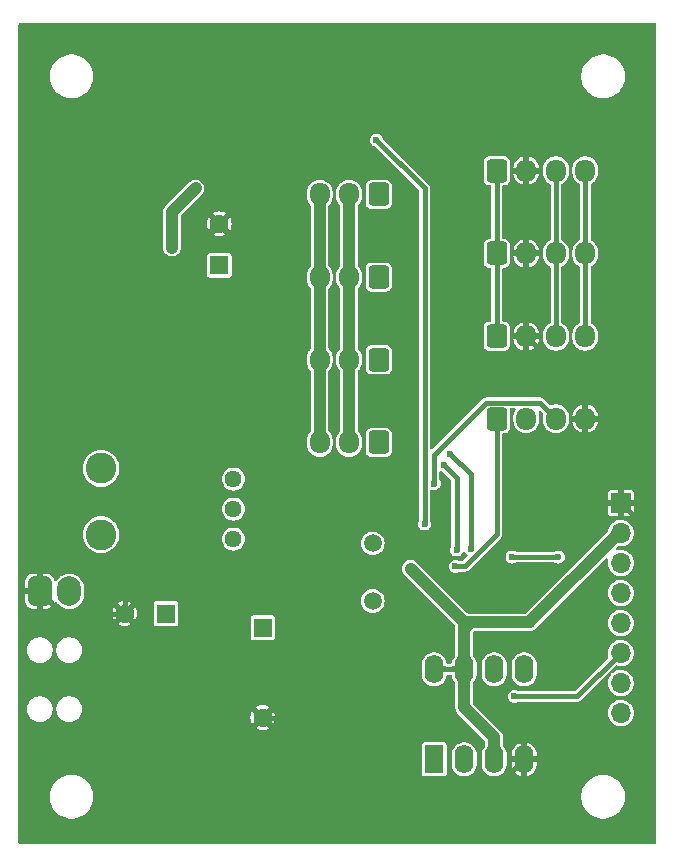
<source format=gbr>
%TF.GenerationSoftware,KiCad,Pcbnew,8.0.0-8.0.0-1~ubuntu20.04.1*%
%TF.CreationDate,2024-04-08T21:34:54+05:00*%
%TF.ProjectId,GammaAnomalain,47616d6d-6141-46e6-9f6d-616c61696e2e,rev?*%
%TF.SameCoordinates,Original*%
%TF.FileFunction,Copper,L2,Bot*%
%TF.FilePolarity,Positive*%
%FSLAX46Y46*%
G04 Gerber Fmt 4.6, Leading zero omitted, Abs format (unit mm)*
G04 Created by KiCad (PCBNEW 8.0.0-8.0.0-1~ubuntu20.04.1) date 2024-04-08 21:34:54*
%MOMM*%
%LPD*%
G01*
G04 APERTURE LIST*
G04 Aperture macros list*
%AMRoundRect*
0 Rectangle with rounded corners*
0 $1 Rounding radius*
0 $2 $3 $4 $5 $6 $7 $8 $9 X,Y pos of 4 corners*
0 Add a 4 corners polygon primitive as box body*
4,1,4,$2,$3,$4,$5,$6,$7,$8,$9,$2,$3,0*
0 Add four circle primitives for the rounded corners*
1,1,$1+$1,$2,$3*
1,1,$1+$1,$4,$5*
1,1,$1+$1,$6,$7*
1,1,$1+$1,$8,$9*
0 Add four rect primitives between the rounded corners*
20,1,$1+$1,$2,$3,$4,$5,0*
20,1,$1+$1,$4,$5,$6,$7,0*
20,1,$1+$1,$6,$7,$8,$9,0*
20,1,$1+$1,$8,$9,$2,$3,0*%
G04 Aperture macros list end*
%TA.AperFunction,ComponentPad*%
%ADD10R,1.600000X1.600000*%
%TD*%
%TA.AperFunction,ComponentPad*%
%ADD11C,1.600000*%
%TD*%
%TA.AperFunction,ComponentPad*%
%ADD12C,1.500000*%
%TD*%
%TA.AperFunction,ComponentPad*%
%ADD13RoundRect,0.250000X0.600000X0.725000X-0.600000X0.725000X-0.600000X-0.725000X0.600000X-0.725000X0*%
%TD*%
%TA.AperFunction,ComponentPad*%
%ADD14O,1.700000X1.950000*%
%TD*%
%TA.AperFunction,ComponentPad*%
%ADD15RoundRect,0.250000X-0.600000X-0.725000X0.600000X-0.725000X0.600000X0.725000X-0.600000X0.725000X0*%
%TD*%
%TA.AperFunction,ComponentPad*%
%ADD16C,2.600000*%
%TD*%
%TA.AperFunction,ComponentPad*%
%ADD17R,1.600000X2.400000*%
%TD*%
%TA.AperFunction,ComponentPad*%
%ADD18O,1.600000X2.400000*%
%TD*%
%TA.AperFunction,ComponentPad*%
%ADD19C,1.440000*%
%TD*%
%TA.AperFunction,ComponentPad*%
%ADD20RoundRect,0.500000X0.500000X-0.750000X0.500000X0.750000X-0.500000X0.750000X-0.500000X-0.750000X0*%
%TD*%
%TA.AperFunction,ComponentPad*%
%ADD21O,2.000000X2.500000*%
%TD*%
%TA.AperFunction,ComponentPad*%
%ADD22R,1.700000X1.700000*%
%TD*%
%TA.AperFunction,ComponentPad*%
%ADD23O,1.700000X1.700000*%
%TD*%
%TA.AperFunction,ViaPad*%
%ADD24C,0.600000*%
%TD*%
%TA.AperFunction,Conductor*%
%ADD25C,0.400000*%
%TD*%
%TA.AperFunction,Conductor*%
%ADD26C,1.000000*%
%TD*%
G04 APERTURE END LIST*
D10*
%TO.P,C4,1*%
%TO.N,3V7*%
X112000000Y-99500000D03*
D11*
%TO.P,C4,2*%
%TO.N,GND*%
X108500000Y-99500000D03*
%TD*%
D12*
%TO.P,Y1,1,1*%
%TO.N,XTAL0*%
X129500000Y-93550000D03*
%TO.P,Y1,2,2*%
%TO.N,XTAL1*%
X129500000Y-98430000D03*
%TD*%
D13*
%TO.P,J4,1,Pin_1*%
%TO.N,SERVOD*%
X130000000Y-64000000D03*
D14*
%TO.P,J4,2,Pin_2*%
%TO.N,SERVO_6V*%
X127500000Y-64000000D03*
%TO.P,J4,3,Pin_3*%
%TO.N,SERVO_GND*%
X125000000Y-64000000D03*
%TD*%
D15*
%TO.P,J7,1,Pin_1*%
%TO.N,3V3*%
X140000000Y-76000000D03*
D14*
%TO.P,J7,2,Pin_2*%
%TO.N,GND*%
X142500000Y-76000000D03*
%TO.P,J7,3,Pin_3*%
%TO.N,SCL*%
X145000000Y-76000000D03*
%TO.P,J7,4,Pin_4*%
%TO.N,SDA*%
X147500000Y-76000000D03*
%TD*%
D15*
%TO.P,J6,1,Pin_1*%
%TO.N,3V3*%
X140000000Y-69000000D03*
D14*
%TO.P,J6,2,Pin_2*%
%TO.N,GND*%
X142500000Y-69000000D03*
%TO.P,J6,3,Pin_3*%
%TO.N,SCL*%
X145000000Y-69000000D03*
%TO.P,J6,4,Pin_4*%
%TO.N,SDA*%
X147500000Y-69000000D03*
%TD*%
D16*
%TO.P,L1,1*%
%TO.N,3V7*%
X106500000Y-92800000D03*
%TO.P,L1,2*%
%TO.N,Net-(D1-A)*%
X106500000Y-87200000D03*
%TD*%
D17*
%TO.P,U4,1,~{CS}*%
%TO.N,W25NE*%
X134700000Y-111825000D03*
D18*
%TO.P,U4,2,DO(IO1)*%
%TO.N,MISO*%
X137240000Y-111825000D03*
%TO.P,U4,3,IO2*%
%TO.N,3V3*%
X139780000Y-111825000D03*
%TO.P,U4,4,GND*%
%TO.N,GND*%
X142320000Y-111825000D03*
%TO.P,U4,5,DI(IO0)*%
%TO.N,MOSI*%
X142320000Y-104205000D03*
%TO.P,U4,6,CLK*%
%TO.N,SCK*%
X139780000Y-104205000D03*
%TO.P,U4,7,IO3*%
%TO.N,3V3*%
X137240000Y-104205000D03*
%TO.P,U4,8,VCC*%
X134700000Y-104205000D03*
%TD*%
D15*
%TO.P,J5,1,Pin_1*%
%TO.N,3V3*%
X140000000Y-62000000D03*
D14*
%TO.P,J5,2,Pin_2*%
%TO.N,GND*%
X142500000Y-62000000D03*
%TO.P,J5,3,Pin_3*%
%TO.N,SCL*%
X145000000Y-62000000D03*
%TO.P,J5,4,Pin_4*%
%TO.N,SDA*%
X147500000Y-62000000D03*
%TD*%
D10*
%TO.P,C5,1*%
%TO.N,SERVO_6V*%
X116500000Y-70000000D03*
D11*
%TO.P,C5,2*%
%TO.N,GND*%
X116500000Y-66500000D03*
%TD*%
D13*
%TO.P,J1,1,Pin_1*%
%TO.N,SERVOA*%
X130000000Y-85000000D03*
D14*
%TO.P,J1,2,Pin_2*%
%TO.N,SERVO_6V*%
X127500000Y-85000000D03*
%TO.P,J1,3,Pin_3*%
%TO.N,SERVO_GND*%
X125000000Y-85000000D03*
%TD*%
D13*
%TO.P,J3,1,Pin_1*%
%TO.N,SERVOC*%
X130000000Y-71000000D03*
D14*
%TO.P,J3,2,Pin_2*%
%TO.N,SERVO_6V*%
X127500000Y-71000000D03*
%TO.P,J3,3,Pin_3*%
%TO.N,SERVO_GND*%
X125000000Y-71000000D03*
%TD*%
D13*
%TO.P,J2,1,Pin_1*%
%TO.N,SERVOB*%
X130000000Y-78000000D03*
D14*
%TO.P,J2,2,Pin_2*%
%TO.N,SERVO_6V*%
X127500000Y-78000000D03*
%TO.P,J2,3,Pin_3*%
%TO.N,SERVO_GND*%
X125000000Y-78000000D03*
%TD*%
D10*
%TO.P,BZ1,1,+*%
%TO.N,BUZ*%
X120200000Y-100700000D03*
D11*
%TO.P,BZ1,2,-*%
%TO.N,GND*%
X120200000Y-108300000D03*
%TD*%
D15*
%TO.P,J11,1,Pin_1*%
%TO.N,TXD6*%
X140000000Y-83000000D03*
D14*
%TO.P,J11,2,Pin_2*%
%TO.N,RXD*%
X142500000Y-83000000D03*
%TO.P,J11,3,Pin_3*%
%TO.N,SERVOA*%
X145000000Y-83000000D03*
%TO.P,J11,4,Pin_4*%
%TO.N,GND*%
X147500000Y-83000000D03*
%TD*%
D19*
%TO.P,RV1,1,1*%
%TO.N,Net-(R2-Pad1)*%
X117700000Y-88100000D03*
%TO.P,RV1,2,2*%
%TO.N,SERVO_6V*%
X117700000Y-90640000D03*
%TO.P,RV1,3,3*%
%TO.N,unconnected-(RV1-Pad3)*%
X117700000Y-93180000D03*
%TD*%
D20*
%TO.P,J9,1,Pin_1*%
%TO.N,GND*%
X101300000Y-97600000D03*
D21*
%TO.P,J9,2,Pin_2*%
%TO.N,3V7*%
X103800000Y-97600000D03*
%TD*%
D22*
%TO.P,J8,1,Pin_1*%
%TO.N,GND*%
X150500000Y-90125000D03*
D23*
%TO.P,J8,2,Pin_2*%
%TO.N,3V3*%
X150500000Y-92665000D03*
%TO.P,J8,3,Pin_3*%
%TO.N,NRES*%
X150500000Y-95205000D03*
%TO.P,J8,4,Pin_4*%
%TO.N,SWD*%
X150500000Y-97745000D03*
%TO.P,J8,5,Pin_5*%
%TO.N,SWC*%
X150500000Y-100285000D03*
%TO.P,J8,6,Pin_6*%
%TO.N,SCK*%
X150500000Y-102825000D03*
%TO.P,J8,7,Pin_7*%
%TO.N,MISO*%
X150500000Y-105365000D03*
%TO.P,J8,8,Pin_8*%
%TO.N,MOSI*%
X150500000Y-107905000D03*
%TD*%
D24*
%TO.N,GND*%
X112500000Y-84000000D03*
X114500000Y-84000000D03*
X113500000Y-84000000D03*
X115500000Y-84000000D03*
X131600000Y-96800000D03*
X131600000Y-95800000D03*
%TO.N,SERVO_6V*%
X114500000Y-63500000D03*
X112500000Y-68500000D03*
%TO.N,3V3*%
X132700000Y-95700000D03*
%TO.N,SERVOA*%
X134700000Y-88500000D03*
%TO.N,SERVOC*%
X136600000Y-94100000D03*
X135500000Y-86900000D03*
%TO.N,SERVOD*%
X137800000Y-94000000D03*
X136050000Y-85950000D03*
%TO.N,NRES*%
X141300000Y-94700000D03*
X145200000Y-94700000D03*
%TO.N,TXD6*%
X136500000Y-95500000D03*
%TO.N,SERVOEN*%
X133900000Y-91900000D03*
X129800000Y-59400000D03*
%TO.N,SCK*%
X141500000Y-106500000D03*
%TD*%
D25*
%TO.N,GND*%
X147500000Y-83000000D02*
X147500000Y-81000000D01*
X108500000Y-88000000D02*
X112500000Y-84000000D01*
X131600000Y-98031370D02*
X131600000Y-96800000D01*
X121331370Y-108300000D02*
X131600000Y-98031370D01*
X142500000Y-76000000D02*
X142500000Y-62000000D01*
X133500000Y-113425000D02*
X140720000Y-113425000D01*
X148347767Y-111825000D02*
X151750000Y-108422767D01*
X131600000Y-96800000D02*
X131600000Y-95800000D01*
X116500000Y-66500000D02*
X114500000Y-68500000D01*
X131500000Y-109000000D02*
X131500000Y-111425000D01*
X115500000Y-84000000D02*
X114500000Y-84000000D01*
X120200000Y-108300000D02*
X121331370Y-108300000D01*
X112500000Y-84000000D02*
X113500000Y-84000000D01*
X108500000Y-99500000D02*
X108500000Y-88000000D01*
X131500000Y-111425000D02*
X133500000Y-113425000D01*
X151750000Y-108422767D02*
X151750000Y-91375000D01*
X131500000Y-98000000D02*
X131500000Y-109000000D01*
X131600000Y-97900000D02*
X131500000Y-98000000D01*
X101300000Y-97600000D02*
X103200000Y-99500000D01*
X103200000Y-99500000D02*
X108500000Y-99500000D01*
X114500000Y-68500000D02*
X114500000Y-84000000D01*
X114500000Y-84000000D02*
X113500000Y-84000000D01*
X140720000Y-113425000D02*
X142320000Y-111825000D01*
X147500000Y-81000000D02*
X142500000Y-76000000D01*
X151750000Y-91375000D02*
X150500000Y-90125000D01*
X131600000Y-96800000D02*
X131600000Y-97900000D01*
X142320000Y-111825000D02*
X148347767Y-111825000D01*
D26*
%TO.N,SERVO_6V*%
X127500000Y-64000000D02*
X127500000Y-85000000D01*
X114500000Y-63500000D02*
X112500000Y-65500000D01*
X112500000Y-65500000D02*
X112500000Y-68500000D01*
%TO.N,3V3*%
X137240000Y-100240000D02*
X137240000Y-104205000D01*
D25*
X137240000Y-104205000D02*
X136000000Y-104205000D01*
D26*
X139780000Y-111825000D02*
X139780000Y-109980000D01*
X142760000Y-100240000D02*
X150335000Y-92665000D01*
X150335000Y-92665000D02*
X150500000Y-92665000D01*
X137240000Y-107440000D02*
X137240000Y-104205000D01*
D25*
X140000000Y-62000000D02*
X140000000Y-69000000D01*
D26*
X132700000Y-95700000D02*
X137240000Y-100240000D01*
D25*
X136000000Y-104205000D02*
X134700000Y-104205000D01*
D26*
X137240000Y-100240000D02*
X142760000Y-100240000D01*
X139780000Y-109980000D02*
X137240000Y-107440000D01*
D25*
X140000000Y-69000000D02*
X140000000Y-76000000D01*
D26*
%TO.N,SERVO_GND*%
X125000000Y-85000000D02*
X125000000Y-64000000D01*
D25*
%TO.N,SERVOA*%
X134700000Y-86048834D02*
X139123834Y-81625000D01*
X139123834Y-81625000D02*
X143625000Y-81625000D01*
X134700000Y-88500000D02*
X134700000Y-86048834D01*
X143625000Y-81625000D02*
X145000000Y-83000000D01*
%TO.N,SERVOC*%
X135500000Y-86900000D02*
X136600000Y-88000000D01*
X136600000Y-88000000D02*
X136600000Y-94100000D01*
%TO.N,SERVOD*%
X136050000Y-85950000D02*
X137800000Y-87700000D01*
X137800000Y-87700000D02*
X137800000Y-94000000D01*
%TO.N,SCL*%
X145000000Y-62000000D02*
X145000000Y-76000000D01*
%TO.N,SDA*%
X147500000Y-76000000D02*
X147500000Y-62000000D01*
%TO.N,NRES*%
X141300000Y-94700000D02*
X145200000Y-94700000D01*
%TO.N,TXD6*%
X137289950Y-95500000D02*
X140000000Y-92789950D01*
X140000000Y-92789950D02*
X140000000Y-83000000D01*
X136500000Y-95500000D02*
X137289950Y-95500000D01*
%TO.N,SERVOEN*%
X133900000Y-63500000D02*
X133900000Y-91900000D01*
X133900000Y-63500000D02*
X129800000Y-59400000D01*
%TO.N,SCK*%
X141500000Y-106500000D02*
X146825000Y-106500000D01*
X146825000Y-106500000D02*
X150500000Y-102825000D01*
%TD*%
%TA.AperFunction,Conductor*%
%TO.N,3V3*%
G36*
X137490000Y-105625842D02*
G01*
X137546274Y-105614649D01*
X137546277Y-105614648D01*
X137563543Y-105607496D01*
X137633012Y-105600024D01*
X137695492Y-105631297D01*
X137731147Y-105691384D01*
X137735000Y-105722055D01*
X137735000Y-107077771D01*
X137736463Y-107105066D01*
X137736467Y-107105120D01*
X137739297Y-107131442D01*
X137739298Y-107131444D01*
X137769086Y-107226573D01*
X137769090Y-107226583D01*
X137802568Y-107287893D01*
X137802573Y-107287901D01*
X137846149Y-107346112D01*
X137846165Y-107346130D01*
X138405035Y-107904999D01*
X138585702Y-108085666D01*
X139651460Y-109151425D01*
X139671970Y-109178519D01*
X140257694Y-110224454D01*
X140273275Y-110292564D01*
X140249559Y-110358286D01*
X140243650Y-110365740D01*
X140229555Y-110382184D01*
X140170981Y-110420273D01*
X140101112Y-110420648D01*
X140087962Y-110416049D01*
X140086274Y-110415350D01*
X140086267Y-110415347D01*
X140030000Y-110404155D01*
X140030000Y-110615000D01*
X139530000Y-111198333D01*
X139530000Y-110404156D01*
X139529999Y-110404155D01*
X139473732Y-110415347D01*
X139473724Y-110415350D01*
X139454826Y-110423178D01*
X139385357Y-110430645D01*
X139322878Y-110399369D01*
X139287227Y-110339280D01*
X139283754Y-110316562D01*
X139283714Y-110316567D01*
X139283712Y-110316549D01*
X139283667Y-110316553D01*
X139283572Y-110315372D01*
X139283554Y-110315254D01*
X139283536Y-110314915D01*
X139280702Y-110288557D01*
X139250913Y-110193423D01*
X139217428Y-110132100D01*
X139173847Y-110073882D01*
X139173842Y-110073877D01*
X139173834Y-110073868D01*
X136864150Y-107764187D01*
X136848729Y-107745396D01*
X136808120Y-107684620D01*
X136796665Y-107663191D01*
X136768691Y-107595658D01*
X136761641Y-107572413D01*
X136747382Y-107500731D01*
X136744999Y-107476540D01*
X136744999Y-106499998D01*
X136744999Y-105722052D01*
X136764684Y-105655016D01*
X136817488Y-105609261D01*
X136886646Y-105599317D01*
X136916455Y-105607495D01*
X136933726Y-105614649D01*
X136933725Y-105614649D01*
X136990000Y-105625842D01*
X136990000Y-104520686D01*
X136994394Y-104525080D01*
X137085606Y-104577741D01*
X137187339Y-104605000D01*
X137292661Y-104605000D01*
X137394394Y-104577741D01*
X137485606Y-104525080D01*
X137490000Y-104520686D01*
X137490000Y-105625842D01*
G37*
%TD.AperFunction*%
%TA.AperFunction,Conductor*%
G36*
X135703053Y-103969125D02*
G01*
X135723776Y-103979965D01*
X135723777Y-103979966D01*
X135773905Y-103994684D01*
X135790815Y-103999650D01*
X135790819Y-103999650D01*
X135790821Y-103999651D01*
X135802452Y-104001323D01*
X135862800Y-104010000D01*
X135862801Y-104010000D01*
X136077211Y-104010000D01*
X136077210Y-104009999D01*
X136106781Y-104008282D01*
X136135298Y-104004958D01*
X136137559Y-104004684D01*
X136232149Y-103973201D01*
X136235584Y-103971245D01*
X136296943Y-103955000D01*
X136924314Y-103955000D01*
X136919920Y-103959394D01*
X136867259Y-104050606D01*
X136840000Y-104152339D01*
X136840000Y-104257661D01*
X136867259Y-104359394D01*
X136919920Y-104450606D01*
X136924314Y-104455000D01*
X136294423Y-104455000D01*
X136236947Y-104440875D01*
X136216223Y-104430034D01*
X136216222Y-104430033D01*
X136149190Y-104410351D01*
X136149178Y-104410348D01*
X136077201Y-104400000D01*
X136077200Y-104400000D01*
X135862800Y-104400000D01*
X135862789Y-104400000D01*
X135833231Y-104401717D01*
X135833223Y-104401717D01*
X135806882Y-104404787D01*
X135804702Y-104405042D01*
X135802441Y-104405316D01*
X135802439Y-104405316D01*
X135802435Y-104405317D01*
X135707859Y-104436795D01*
X135707849Y-104436800D01*
X135704416Y-104438755D01*
X135643057Y-104455000D01*
X135015686Y-104455000D01*
X135020080Y-104450606D01*
X135072741Y-104359394D01*
X135100000Y-104257661D01*
X135100000Y-104152339D01*
X135072741Y-104050606D01*
X135020080Y-103959394D01*
X135015686Y-103955000D01*
X135645577Y-103955000D01*
X135703053Y-103969125D01*
G37*
%TD.AperFunction*%
%TA.AperFunction,Conductor*%
G36*
X132854064Y-95738516D02*
G01*
X133600061Y-95925015D01*
X133657667Y-95957631D01*
X137333882Y-99633847D01*
X137354232Y-99652126D01*
X137354238Y-99652131D01*
X137354246Y-99652138D01*
X137374867Y-99668755D01*
X137374869Y-99668756D01*
X137374874Y-99668760D01*
X137463205Y-99714965D01*
X137530244Y-99734650D01*
X137530248Y-99734650D01*
X137530250Y-99734651D01*
X137541881Y-99736323D01*
X137602229Y-99745000D01*
X137602230Y-99745000D01*
X142397771Y-99745000D01*
X142399207Y-99744922D01*
X142425084Y-99743536D01*
X142451442Y-99740702D01*
X142546576Y-99710913D01*
X142607899Y-99677428D01*
X142666117Y-99633847D01*
X145662004Y-96637958D01*
X145723325Y-96604475D01*
X145793017Y-96609459D01*
X145848950Y-96651331D01*
X145873367Y-96716795D01*
X145858515Y-96785068D01*
X145850151Y-96798320D01*
X143119648Y-100572838D01*
X143069339Y-100613561D01*
X142904052Y-100686668D01*
X142818742Y-100724402D01*
X142768585Y-100735000D01*
X138114497Y-100735000D01*
X138060187Y-100740838D01*
X138008681Y-100752043D01*
X138008672Y-100752046D01*
X137982307Y-100759279D01*
X137982296Y-100759283D01*
X137895681Y-100808605D01*
X137895673Y-100808611D01*
X137842871Y-100854363D01*
X137811243Y-100887140D01*
X137765034Y-100975477D01*
X137765033Y-100975477D01*
X137745351Y-101042509D01*
X137745348Y-101042521D01*
X137735000Y-101114498D01*
X137735000Y-102687943D01*
X137715315Y-102754982D01*
X137662511Y-102800737D01*
X137593353Y-102810681D01*
X137563551Y-102802506D01*
X137546271Y-102795349D01*
X137546267Y-102795347D01*
X137490000Y-102784155D01*
X137490000Y-103889314D01*
X137485606Y-103884920D01*
X137394394Y-103832259D01*
X137292661Y-103805000D01*
X137187339Y-103805000D01*
X137085606Y-103832259D01*
X136994394Y-103884920D01*
X136990000Y-103889314D01*
X136990000Y-102784156D01*
X136989999Y-102784155D01*
X136933732Y-102795347D01*
X136933728Y-102795349D01*
X136916449Y-102802506D01*
X136846979Y-102809972D01*
X136784501Y-102778695D01*
X136748851Y-102718605D01*
X136745000Y-102687943D01*
X136745000Y-100602227D01*
X136744428Y-100591558D01*
X136743536Y-100574915D01*
X136740702Y-100548557D01*
X136710913Y-100453423D01*
X136704090Y-100440928D01*
X136677431Y-100392105D01*
X136677426Y-100392097D01*
X136633850Y-100333886D01*
X136633849Y-100333885D01*
X136633847Y-100333882D01*
X136633842Y-100333877D01*
X136633834Y-100333868D01*
X132736319Y-96436354D01*
X132702834Y-96375031D01*
X132700000Y-96348673D01*
X132700000Y-95858816D01*
X132719685Y-95791777D01*
X132772489Y-95746022D01*
X132841647Y-95736078D01*
X132854064Y-95738516D01*
G37*
%TD.AperFunction*%
%TD*%
%TA.AperFunction,Conductor*%
%TO.N,GND*%
G36*
X153442539Y-49520185D02*
G01*
X153488294Y-49572989D01*
X153499500Y-49624500D01*
X153499500Y-118875500D01*
X153479815Y-118942539D01*
X153427011Y-118988294D01*
X153375500Y-118999500D01*
X99624500Y-118999500D01*
X99557461Y-118979815D01*
X99511706Y-118927011D01*
X99500500Y-118875500D01*
X99500500Y-115121288D01*
X102149500Y-115121288D01*
X102181161Y-115361785D01*
X102243947Y-115596104D01*
X102336773Y-115820205D01*
X102336776Y-115820212D01*
X102458064Y-116030289D01*
X102458066Y-116030292D01*
X102458067Y-116030293D01*
X102605733Y-116222736D01*
X102605739Y-116222743D01*
X102777256Y-116394260D01*
X102777262Y-116394265D01*
X102969711Y-116541936D01*
X103179788Y-116663224D01*
X103403900Y-116756054D01*
X103638211Y-116818838D01*
X103818586Y-116842584D01*
X103878711Y-116850500D01*
X103878712Y-116850500D01*
X104121289Y-116850500D01*
X104169388Y-116844167D01*
X104361789Y-116818838D01*
X104596100Y-116756054D01*
X104820212Y-116663224D01*
X105030289Y-116541936D01*
X105222738Y-116394265D01*
X105394265Y-116222738D01*
X105541936Y-116030289D01*
X105663224Y-115820212D01*
X105756054Y-115596100D01*
X105818838Y-115361789D01*
X105850500Y-115121288D01*
X147149500Y-115121288D01*
X147181161Y-115361785D01*
X147243947Y-115596104D01*
X147336773Y-115820205D01*
X147336776Y-115820212D01*
X147458064Y-116030289D01*
X147458066Y-116030292D01*
X147458067Y-116030293D01*
X147605733Y-116222736D01*
X147605739Y-116222743D01*
X147777256Y-116394260D01*
X147777262Y-116394265D01*
X147969711Y-116541936D01*
X148179788Y-116663224D01*
X148403900Y-116756054D01*
X148638211Y-116818838D01*
X148818586Y-116842584D01*
X148878711Y-116850500D01*
X148878712Y-116850500D01*
X149121289Y-116850500D01*
X149169388Y-116844167D01*
X149361789Y-116818838D01*
X149596100Y-116756054D01*
X149820212Y-116663224D01*
X150030289Y-116541936D01*
X150222738Y-116394265D01*
X150394265Y-116222738D01*
X150541936Y-116030289D01*
X150663224Y-115820212D01*
X150756054Y-115596100D01*
X150818838Y-115361789D01*
X150850500Y-115121288D01*
X150850500Y-114878712D01*
X150818838Y-114638211D01*
X150756054Y-114403900D01*
X150663224Y-114179788D01*
X150541936Y-113969711D01*
X150394265Y-113777262D01*
X150394260Y-113777256D01*
X150222743Y-113605739D01*
X150222736Y-113605733D01*
X150030293Y-113458067D01*
X150030292Y-113458066D01*
X150030289Y-113458064D01*
X149820212Y-113336776D01*
X149820205Y-113336773D01*
X149596104Y-113243947D01*
X149361785Y-113181161D01*
X149121289Y-113149500D01*
X149121288Y-113149500D01*
X148878712Y-113149500D01*
X148878711Y-113149500D01*
X148638214Y-113181161D01*
X148403895Y-113243947D01*
X148179794Y-113336773D01*
X148179785Y-113336777D01*
X147969706Y-113458067D01*
X147777263Y-113605733D01*
X147777256Y-113605739D01*
X147605739Y-113777256D01*
X147605733Y-113777263D01*
X147458067Y-113969706D01*
X147336777Y-114179785D01*
X147336773Y-114179794D01*
X147243947Y-114403895D01*
X147181161Y-114638214D01*
X147149500Y-114878711D01*
X147149500Y-115121288D01*
X105850500Y-115121288D01*
X105850500Y-114878712D01*
X105818838Y-114638211D01*
X105756054Y-114403900D01*
X105663224Y-114179788D01*
X105541936Y-113969711D01*
X105394265Y-113777262D01*
X105394260Y-113777256D01*
X105222743Y-113605739D01*
X105222736Y-113605733D01*
X105030293Y-113458067D01*
X105030292Y-113458066D01*
X105030289Y-113458064D01*
X104820212Y-113336776D01*
X104820205Y-113336773D01*
X104596104Y-113243947D01*
X104361785Y-113181161D01*
X104121289Y-113149500D01*
X104121288Y-113149500D01*
X103878712Y-113149500D01*
X103878711Y-113149500D01*
X103638214Y-113181161D01*
X103403895Y-113243947D01*
X103179794Y-113336773D01*
X103179785Y-113336777D01*
X102969706Y-113458067D01*
X102777263Y-113605733D01*
X102777256Y-113605739D01*
X102605739Y-113777256D01*
X102605733Y-113777263D01*
X102458067Y-113969706D01*
X102336777Y-114179785D01*
X102336773Y-114179794D01*
X102243947Y-114403895D01*
X102181161Y-114638214D01*
X102149500Y-114878711D01*
X102149500Y-115121288D01*
X99500500Y-115121288D01*
X99500500Y-113049678D01*
X133649500Y-113049678D01*
X133664032Y-113122735D01*
X133664033Y-113122739D01*
X133664034Y-113122740D01*
X133719399Y-113205601D01*
X133776789Y-113243947D01*
X133802260Y-113260966D01*
X133802264Y-113260967D01*
X133875321Y-113275499D01*
X133875324Y-113275500D01*
X133875326Y-113275500D01*
X135524676Y-113275500D01*
X135524677Y-113275499D01*
X135597740Y-113260966D01*
X135680601Y-113205601D01*
X135735966Y-113122740D01*
X135750500Y-113049674D01*
X135750500Y-112328469D01*
X136189500Y-112328469D01*
X136229868Y-112531412D01*
X136229870Y-112531420D01*
X136309058Y-112722596D01*
X136424024Y-112894657D01*
X136570342Y-113040975D01*
X136570345Y-113040977D01*
X136742402Y-113155941D01*
X136933580Y-113235130D01*
X137136530Y-113275499D01*
X137136534Y-113275500D01*
X137136535Y-113275500D01*
X137343466Y-113275500D01*
X137343467Y-113275499D01*
X137546420Y-113235130D01*
X137737598Y-113155941D01*
X137909655Y-113040977D01*
X138055977Y-112894655D01*
X138170941Y-112722598D01*
X138250130Y-112531420D01*
X138290500Y-112328465D01*
X138290500Y-111321535D01*
X138250130Y-111118580D01*
X138170941Y-110927402D01*
X138055977Y-110755345D01*
X138055975Y-110755342D01*
X137909657Y-110609024D01*
X137738258Y-110494500D01*
X137737598Y-110494059D01*
X137546420Y-110414870D01*
X137546412Y-110414868D01*
X137343469Y-110374500D01*
X137343465Y-110374500D01*
X137136535Y-110374500D01*
X137136530Y-110374500D01*
X136933587Y-110414868D01*
X136933579Y-110414870D01*
X136742403Y-110494058D01*
X136570342Y-110609024D01*
X136424024Y-110755342D01*
X136309058Y-110927403D01*
X136229870Y-111118579D01*
X136229868Y-111118587D01*
X136189500Y-111321530D01*
X136189500Y-112328469D01*
X135750500Y-112328469D01*
X135750500Y-110600326D01*
X135750500Y-110600323D01*
X135750499Y-110600321D01*
X135735967Y-110527264D01*
X135735966Y-110527260D01*
X135714080Y-110494505D01*
X135680601Y-110444399D01*
X135597740Y-110389034D01*
X135597739Y-110389033D01*
X135597735Y-110389032D01*
X135524677Y-110374500D01*
X135524674Y-110374500D01*
X133875326Y-110374500D01*
X133875323Y-110374500D01*
X133802264Y-110389032D01*
X133802260Y-110389033D01*
X133719399Y-110444399D01*
X133664033Y-110527260D01*
X133664032Y-110527264D01*
X133649500Y-110600321D01*
X133649500Y-113049678D01*
X99500500Y-113049678D01*
X99500500Y-107686610D01*
X100199500Y-107686610D01*
X100224543Y-107844730D01*
X100226598Y-107857701D01*
X100280127Y-108022445D01*
X100358768Y-108176788D01*
X100460586Y-108316928D01*
X100583072Y-108439414D01*
X100723212Y-108541232D01*
X100877555Y-108619873D01*
X101042299Y-108673402D01*
X101213389Y-108700500D01*
X101213390Y-108700500D01*
X101386610Y-108700500D01*
X101386611Y-108700500D01*
X101557701Y-108673402D01*
X101722445Y-108619873D01*
X101876788Y-108541232D01*
X102016928Y-108439414D01*
X102139414Y-108316928D01*
X102241232Y-108176788D01*
X102319873Y-108022445D01*
X102373402Y-107857701D01*
X102400500Y-107686611D01*
X102400500Y-107686610D01*
X102699500Y-107686610D01*
X102724543Y-107844730D01*
X102726598Y-107857701D01*
X102780127Y-108022445D01*
X102858768Y-108176788D01*
X102960586Y-108316928D01*
X103083072Y-108439414D01*
X103223212Y-108541232D01*
X103377555Y-108619873D01*
X103542299Y-108673402D01*
X103713389Y-108700500D01*
X103713390Y-108700500D01*
X103886610Y-108700500D01*
X103886611Y-108700500D01*
X104057701Y-108673402D01*
X104222445Y-108619873D01*
X104376788Y-108541232D01*
X104516928Y-108439414D01*
X104639414Y-108316928D01*
X104651713Y-108300000D01*
X119144919Y-108300000D01*
X119165191Y-108505834D01*
X119225233Y-108703766D01*
X119300975Y-108845469D01*
X119300976Y-108845469D01*
X119717037Y-108429409D01*
X119734075Y-108492993D01*
X119799901Y-108607007D01*
X119892993Y-108700099D01*
X120007007Y-108765925D01*
X120070590Y-108782962D01*
X119654528Y-109199023D01*
X119796233Y-109274766D01*
X119994165Y-109334808D01*
X120200000Y-109355080D01*
X120405834Y-109334808D01*
X120603764Y-109274766D01*
X120745470Y-109199022D01*
X120329410Y-108782962D01*
X120392993Y-108765925D01*
X120507007Y-108700099D01*
X120600099Y-108607007D01*
X120665925Y-108492993D01*
X120682962Y-108429409D01*
X121099022Y-108845469D01*
X121174766Y-108703764D01*
X121234808Y-108505834D01*
X121255080Y-108300000D01*
X121234808Y-108094165D01*
X121174766Y-107896233D01*
X121099023Y-107754528D01*
X120682962Y-108170589D01*
X120665925Y-108107007D01*
X120600099Y-107992993D01*
X120507007Y-107899901D01*
X120392993Y-107834075D01*
X120329409Y-107817037D01*
X120745469Y-107400976D01*
X120745469Y-107400975D01*
X120603766Y-107325233D01*
X120405834Y-107265191D01*
X120200000Y-107244919D01*
X119994166Y-107265191D01*
X119796234Y-107325234D01*
X119654529Y-107400975D01*
X119654529Y-107400976D01*
X120070590Y-107817037D01*
X120007007Y-107834075D01*
X119892993Y-107899901D01*
X119799901Y-107992993D01*
X119734075Y-108107007D01*
X119717037Y-108170590D01*
X119300976Y-107754529D01*
X119300975Y-107754529D01*
X119225234Y-107896234D01*
X119165191Y-108094166D01*
X119144919Y-108300000D01*
X104651713Y-108300000D01*
X104741232Y-108176788D01*
X104819873Y-108022445D01*
X104873402Y-107857701D01*
X104900500Y-107686611D01*
X104900500Y-107513389D01*
X104873402Y-107342299D01*
X104819873Y-107177555D01*
X104741232Y-107023212D01*
X104639414Y-106883072D01*
X104516928Y-106760586D01*
X104376788Y-106658768D01*
X104222445Y-106580127D01*
X104057701Y-106526598D01*
X104057699Y-106526597D01*
X104057698Y-106526597D01*
X103926271Y-106505781D01*
X103886611Y-106499500D01*
X103713389Y-106499500D01*
X103673728Y-106505781D01*
X103542302Y-106526597D01*
X103377552Y-106580128D01*
X103223211Y-106658768D01*
X103143256Y-106716859D01*
X103083072Y-106760586D01*
X103083070Y-106760588D01*
X103083069Y-106760588D01*
X102960588Y-106883069D01*
X102960588Y-106883070D01*
X102960586Y-106883072D01*
X102936916Y-106915651D01*
X102858768Y-107023211D01*
X102780128Y-107177552D01*
X102726597Y-107342302D01*
X102699500Y-107513389D01*
X102699500Y-107686610D01*
X102400500Y-107686610D01*
X102400500Y-107513389D01*
X102373402Y-107342299D01*
X102319873Y-107177555D01*
X102241232Y-107023212D01*
X102139414Y-106883072D01*
X102016928Y-106760586D01*
X101876788Y-106658768D01*
X101722445Y-106580127D01*
X101557701Y-106526598D01*
X101557699Y-106526597D01*
X101557698Y-106526597D01*
X101426271Y-106505781D01*
X101386611Y-106499500D01*
X101213389Y-106499500D01*
X101173728Y-106505781D01*
X101042302Y-106526597D01*
X100877552Y-106580128D01*
X100723211Y-106658768D01*
X100643256Y-106716859D01*
X100583072Y-106760586D01*
X100583070Y-106760588D01*
X100583069Y-106760588D01*
X100460588Y-106883069D01*
X100460588Y-106883070D01*
X100460586Y-106883072D01*
X100436916Y-106915651D01*
X100358768Y-107023211D01*
X100280128Y-107177552D01*
X100226597Y-107342302D01*
X100199500Y-107513389D01*
X100199500Y-107686610D01*
X99500500Y-107686610D01*
X99500500Y-102686610D01*
X100199500Y-102686610D01*
X100221418Y-102825000D01*
X100226598Y-102857701D01*
X100280127Y-103022445D01*
X100358768Y-103176788D01*
X100460586Y-103316928D01*
X100583072Y-103439414D01*
X100723212Y-103541232D01*
X100877555Y-103619873D01*
X101042299Y-103673402D01*
X101213389Y-103700500D01*
X101213390Y-103700500D01*
X101386610Y-103700500D01*
X101386611Y-103700500D01*
X101557701Y-103673402D01*
X101722445Y-103619873D01*
X101876788Y-103541232D01*
X102016928Y-103439414D01*
X102139414Y-103316928D01*
X102241232Y-103176788D01*
X102319873Y-103022445D01*
X102373402Y-102857701D01*
X102400500Y-102686611D01*
X102400500Y-102686610D01*
X102699500Y-102686610D01*
X102721418Y-102825000D01*
X102726598Y-102857701D01*
X102780127Y-103022445D01*
X102858768Y-103176788D01*
X102960586Y-103316928D01*
X103083072Y-103439414D01*
X103223212Y-103541232D01*
X103377555Y-103619873D01*
X103542299Y-103673402D01*
X103713389Y-103700500D01*
X103713390Y-103700500D01*
X103886610Y-103700500D01*
X103886611Y-103700500D01*
X104057701Y-103673402D01*
X104222445Y-103619873D01*
X104376788Y-103541232D01*
X104516928Y-103439414D01*
X104639414Y-103316928D01*
X104741232Y-103176788D01*
X104819873Y-103022445D01*
X104873402Y-102857701D01*
X104900500Y-102686611D01*
X104900500Y-102513389D01*
X104873402Y-102342299D01*
X104819873Y-102177555D01*
X104741232Y-102023212D01*
X104639414Y-101883072D01*
X104516928Y-101760586D01*
X104376788Y-101658768D01*
X104222445Y-101580127D01*
X104057701Y-101526598D01*
X104057699Y-101526597D01*
X104057698Y-101526597D01*
X104045582Y-101524678D01*
X119149500Y-101524678D01*
X119164032Y-101597735D01*
X119164033Y-101597739D01*
X119164034Y-101597740D01*
X119219399Y-101680601D01*
X119285100Y-101724500D01*
X119302260Y-101735966D01*
X119302264Y-101735967D01*
X119375321Y-101750499D01*
X119375324Y-101750500D01*
X119375326Y-101750500D01*
X121024676Y-101750500D01*
X121024677Y-101750499D01*
X121097740Y-101735966D01*
X121180601Y-101680601D01*
X121235966Y-101597740D01*
X121250500Y-101524674D01*
X121250500Y-99875326D01*
X121250500Y-99875323D01*
X121250499Y-99875321D01*
X121235967Y-99802264D01*
X121235966Y-99802260D01*
X121180601Y-99719399D01*
X121097740Y-99664034D01*
X121097739Y-99664033D01*
X121097735Y-99664032D01*
X121024677Y-99649500D01*
X121024674Y-99649500D01*
X119375326Y-99649500D01*
X119375323Y-99649500D01*
X119302264Y-99664032D01*
X119302260Y-99664033D01*
X119219399Y-99719399D01*
X119164033Y-99802260D01*
X119164032Y-99802264D01*
X119149500Y-99875321D01*
X119149500Y-101524678D01*
X104045582Y-101524678D01*
X103926271Y-101505781D01*
X103886611Y-101499500D01*
X103713389Y-101499500D01*
X103673728Y-101505781D01*
X103542302Y-101526597D01*
X103377552Y-101580128D01*
X103223211Y-101658768D01*
X103143256Y-101716859D01*
X103083072Y-101760586D01*
X103083070Y-101760588D01*
X103083069Y-101760588D01*
X102960588Y-101883069D01*
X102960588Y-101883070D01*
X102960586Y-101883072D01*
X102917033Y-101943017D01*
X102858768Y-102023211D01*
X102780128Y-102177552D01*
X102726597Y-102342302D01*
X102699500Y-102513389D01*
X102699500Y-102686610D01*
X102400500Y-102686610D01*
X102400500Y-102513389D01*
X102373402Y-102342299D01*
X102319873Y-102177555D01*
X102241232Y-102023212D01*
X102139414Y-101883072D01*
X102016928Y-101760586D01*
X101876788Y-101658768D01*
X101722445Y-101580127D01*
X101557701Y-101526598D01*
X101557699Y-101526597D01*
X101557698Y-101526597D01*
X101426271Y-101505781D01*
X101386611Y-101499500D01*
X101213389Y-101499500D01*
X101173728Y-101505781D01*
X101042302Y-101526597D01*
X100877552Y-101580128D01*
X100723211Y-101658768D01*
X100643256Y-101716859D01*
X100583072Y-101760586D01*
X100583070Y-101760588D01*
X100583069Y-101760588D01*
X100460588Y-101883069D01*
X100460588Y-101883070D01*
X100460586Y-101883072D01*
X100417033Y-101943017D01*
X100358768Y-102023211D01*
X100280128Y-102177552D01*
X100226597Y-102342302D01*
X100199500Y-102513389D01*
X100199500Y-102686610D01*
X99500500Y-102686610D01*
X99500500Y-99500000D01*
X107444919Y-99500000D01*
X107465191Y-99705834D01*
X107525233Y-99903766D01*
X107600975Y-100045469D01*
X107600976Y-100045469D01*
X108100000Y-99546446D01*
X108100000Y-99552661D01*
X108127259Y-99654394D01*
X108179920Y-99745606D01*
X108254394Y-99820080D01*
X108345606Y-99872741D01*
X108447339Y-99900000D01*
X108453553Y-99900000D01*
X107954528Y-100399023D01*
X108096233Y-100474766D01*
X108294165Y-100534808D01*
X108500000Y-100555080D01*
X108705834Y-100534808D01*
X108903764Y-100474766D01*
X109045470Y-100399022D01*
X108971126Y-100324678D01*
X110949500Y-100324678D01*
X110964032Y-100397735D01*
X110964033Y-100397739D01*
X110964891Y-100399023D01*
X111019399Y-100480601D01*
X111100527Y-100534808D01*
X111102260Y-100535966D01*
X111102264Y-100535967D01*
X111175321Y-100550499D01*
X111175324Y-100550500D01*
X111175326Y-100550500D01*
X112824676Y-100550500D01*
X112824677Y-100550499D01*
X112897740Y-100535966D01*
X112980601Y-100480601D01*
X113035966Y-100397740D01*
X113050500Y-100324674D01*
X113050500Y-98675326D01*
X113050500Y-98675323D01*
X113050499Y-98675321D01*
X113035967Y-98602264D01*
X113035966Y-98602260D01*
X113035107Y-98600975D01*
X112980601Y-98519399D01*
X112897740Y-98464034D01*
X112897739Y-98464033D01*
X112897735Y-98464032D01*
X112824677Y-98449500D01*
X112824674Y-98449500D01*
X111175326Y-98449500D01*
X111175323Y-98449500D01*
X111102264Y-98464032D01*
X111102260Y-98464033D01*
X111019399Y-98519399D01*
X110964033Y-98602260D01*
X110964032Y-98602264D01*
X110949500Y-98675321D01*
X110949500Y-100324678D01*
X108971126Y-100324678D01*
X108546448Y-99900000D01*
X108552661Y-99900000D01*
X108654394Y-99872741D01*
X108745606Y-99820080D01*
X108820080Y-99745606D01*
X108872741Y-99654394D01*
X108900000Y-99552661D01*
X108900000Y-99546447D01*
X109399022Y-100045469D01*
X109474766Y-99903764D01*
X109534808Y-99705834D01*
X109555080Y-99500000D01*
X109534808Y-99294165D01*
X109474766Y-99096233D01*
X109399023Y-98954528D01*
X108900000Y-99453551D01*
X108900000Y-99447339D01*
X108872741Y-99345606D01*
X108820080Y-99254394D01*
X108745606Y-99179920D01*
X108654394Y-99127259D01*
X108552661Y-99100000D01*
X108546448Y-99100000D01*
X109045469Y-98600976D01*
X109045469Y-98600975D01*
X108903766Y-98525233D01*
X108705834Y-98465191D01*
X108500000Y-98444919D01*
X108294166Y-98465191D01*
X108096234Y-98525234D01*
X107954529Y-98600975D01*
X107954529Y-98600976D01*
X108453553Y-99100000D01*
X108447339Y-99100000D01*
X108345606Y-99127259D01*
X108254394Y-99179920D01*
X108179920Y-99254394D01*
X108127259Y-99345606D01*
X108100000Y-99447339D01*
X108100000Y-99453553D01*
X107600976Y-98954529D01*
X107600975Y-98954529D01*
X107525234Y-99096234D01*
X107465191Y-99294166D01*
X107444919Y-99500000D01*
X99500500Y-99500000D01*
X99500500Y-97350000D01*
X100050000Y-97350000D01*
X100866988Y-97350000D01*
X100834075Y-97407007D01*
X100800000Y-97534174D01*
X100800000Y-97665826D01*
X100834075Y-97792993D01*
X100866988Y-97850000D01*
X100050001Y-97850000D01*
X100050001Y-98399986D01*
X100060494Y-98502697D01*
X100115641Y-98669119D01*
X100115643Y-98669124D01*
X100207684Y-98818345D01*
X100331654Y-98942315D01*
X100480875Y-99034356D01*
X100480880Y-99034358D01*
X100647302Y-99089505D01*
X100647309Y-99089506D01*
X100750019Y-99099999D01*
X101049999Y-99099999D01*
X101050000Y-99099998D01*
X101050000Y-98033012D01*
X101107007Y-98065925D01*
X101234174Y-98100000D01*
X101365826Y-98100000D01*
X101492993Y-98065925D01*
X101550000Y-98033012D01*
X101550000Y-99099999D01*
X101849972Y-99099999D01*
X101849986Y-99099998D01*
X101952697Y-99089505D01*
X102119119Y-99034358D01*
X102119124Y-99034356D01*
X102268345Y-98942315D01*
X102392315Y-98818345D01*
X102484356Y-98669124D01*
X102484359Y-98669117D01*
X102522704Y-98553399D01*
X102562476Y-98495954D01*
X102626992Y-98469130D01*
X102695768Y-98481445D01*
X102740728Y-98519516D01*
X102765346Y-98553399D01*
X102846172Y-98664646D01*
X102985354Y-98803828D01*
X103144595Y-98919524D01*
X103213295Y-98954528D01*
X103319970Y-99008882D01*
X103319972Y-99008882D01*
X103319975Y-99008884D01*
X103420317Y-99041487D01*
X103507173Y-99069709D01*
X103701578Y-99100500D01*
X103701583Y-99100500D01*
X103898422Y-99100500D01*
X104092826Y-99069709D01*
X104280025Y-99008884D01*
X104455405Y-98919524D01*
X104614646Y-98803828D01*
X104753828Y-98664646D01*
X104869524Y-98505405D01*
X104907945Y-98430000D01*
X128494659Y-98430000D01*
X128513975Y-98626129D01*
X128571188Y-98814733D01*
X128664086Y-98988532D01*
X128664090Y-98988539D01*
X128789116Y-99140883D01*
X128941460Y-99265909D01*
X128941467Y-99265913D01*
X129115266Y-99358811D01*
X129115269Y-99358811D01*
X129115273Y-99358814D01*
X129303868Y-99416024D01*
X129500000Y-99435341D01*
X129696132Y-99416024D01*
X129884727Y-99358814D01*
X129909438Y-99345606D01*
X130002895Y-99295652D01*
X130058538Y-99265910D01*
X130210883Y-99140883D01*
X130335910Y-98988538D01*
X130382362Y-98901632D01*
X130428811Y-98814733D01*
X130428811Y-98814732D01*
X130428814Y-98814727D01*
X130486024Y-98626132D01*
X130505341Y-98430000D01*
X130486024Y-98233868D01*
X130428814Y-98045273D01*
X130428811Y-98045269D01*
X130428811Y-98045266D01*
X130335913Y-97871467D01*
X130335909Y-97871460D01*
X130210883Y-97719116D01*
X130058539Y-97594090D01*
X130058532Y-97594086D01*
X129884733Y-97501188D01*
X129884727Y-97501186D01*
X129696132Y-97443976D01*
X129696129Y-97443975D01*
X129500000Y-97424659D01*
X129303870Y-97443975D01*
X129115266Y-97501188D01*
X128941467Y-97594086D01*
X128941460Y-97594090D01*
X128789116Y-97719116D01*
X128664090Y-97871460D01*
X128664086Y-97871467D01*
X128571188Y-98045266D01*
X128513975Y-98233870D01*
X128494659Y-98430000D01*
X104907945Y-98430000D01*
X104958884Y-98330025D01*
X105019709Y-98142826D01*
X105035161Y-98045266D01*
X105050500Y-97948422D01*
X105050500Y-97251577D01*
X105019709Y-97057173D01*
X104958882Y-96869970D01*
X104884073Y-96723149D01*
X104869524Y-96694595D01*
X104753828Y-96535354D01*
X104614646Y-96396172D01*
X104455405Y-96280476D01*
X104280029Y-96191117D01*
X104092826Y-96130290D01*
X103898422Y-96099500D01*
X103898417Y-96099500D01*
X103701583Y-96099500D01*
X103701578Y-96099500D01*
X103507173Y-96130290D01*
X103319970Y-96191117D01*
X103144594Y-96280476D01*
X103053741Y-96346485D01*
X102985354Y-96396172D01*
X102985352Y-96396174D01*
X102985351Y-96396174D01*
X102846174Y-96535351D01*
X102846167Y-96535360D01*
X102740727Y-96680483D01*
X102685397Y-96723149D01*
X102615784Y-96729127D01*
X102553989Y-96696520D01*
X102522704Y-96646601D01*
X102484358Y-96530880D01*
X102484356Y-96530875D01*
X102392315Y-96381654D01*
X102268345Y-96257684D01*
X102119124Y-96165643D01*
X102119119Y-96165641D01*
X101952697Y-96110494D01*
X101952690Y-96110493D01*
X101849986Y-96100000D01*
X101550000Y-96100000D01*
X101550000Y-97166988D01*
X101492993Y-97134075D01*
X101365826Y-97100000D01*
X101234174Y-97100000D01*
X101107007Y-97134075D01*
X101050000Y-97166988D01*
X101050000Y-96100000D01*
X100750028Y-96100000D01*
X100750012Y-96100001D01*
X100647302Y-96110494D01*
X100480880Y-96165641D01*
X100480875Y-96165643D01*
X100331654Y-96257684D01*
X100207684Y-96381654D01*
X100115643Y-96530875D01*
X100115641Y-96530880D01*
X100060494Y-96697302D01*
X100060493Y-96697309D01*
X100050000Y-96800013D01*
X100050000Y-97350000D01*
X99500500Y-97350000D01*
X99500500Y-95773919D01*
X131949499Y-95773919D01*
X131978340Y-95918906D01*
X131978342Y-95918912D01*
X132026977Y-96036329D01*
X132034916Y-96055494D01*
X132117048Y-96178416D01*
X132117051Y-96178419D01*
X132117052Y-96178420D01*
X132117052Y-96178421D01*
X136453181Y-100514548D01*
X136486666Y-100575871D01*
X136489500Y-100602229D01*
X136489500Y-103018505D01*
X136469815Y-103085544D01*
X136453181Y-103106186D01*
X136424025Y-103135341D01*
X136424024Y-103135342D01*
X136309058Y-103307403D01*
X136229870Y-103498579D01*
X136229868Y-103498587D01*
X136198817Y-103654691D01*
X136166432Y-103716602D01*
X136105717Y-103751176D01*
X136077200Y-103754500D01*
X135862800Y-103754500D01*
X135795761Y-103734815D01*
X135750006Y-103682011D01*
X135741183Y-103654691D01*
X135710131Y-103498587D01*
X135710130Y-103498580D01*
X135630941Y-103307402D01*
X135515977Y-103135345D01*
X135515975Y-103135342D01*
X135369657Y-102989024D01*
X135283626Y-102931541D01*
X135197598Y-102874059D01*
X135079157Y-102824999D01*
X135006420Y-102794870D01*
X135006412Y-102794868D01*
X134803469Y-102754500D01*
X134803465Y-102754500D01*
X134596535Y-102754500D01*
X134596530Y-102754500D01*
X134393587Y-102794868D01*
X134393579Y-102794870D01*
X134202403Y-102874058D01*
X134030342Y-102989024D01*
X133884024Y-103135342D01*
X133769058Y-103307403D01*
X133689870Y-103498579D01*
X133689868Y-103498587D01*
X133649500Y-103701530D01*
X133649500Y-104708469D01*
X133664361Y-104783178D01*
X133689870Y-104911420D01*
X133769059Y-105102598D01*
X133826541Y-105188626D01*
X133884024Y-105274657D01*
X134030342Y-105420975D01*
X134030345Y-105420977D01*
X134202402Y-105535941D01*
X134393580Y-105615130D01*
X134596530Y-105655499D01*
X134596534Y-105655500D01*
X134596535Y-105655500D01*
X134803466Y-105655500D01*
X134803467Y-105655499D01*
X135006420Y-105615130D01*
X135197598Y-105535941D01*
X135369655Y-105420977D01*
X135515977Y-105274655D01*
X135630941Y-105102598D01*
X135710130Y-104911420D01*
X135735639Y-104783178D01*
X135741183Y-104755309D01*
X135773568Y-104693398D01*
X135834283Y-104658824D01*
X135862800Y-104655500D01*
X135940691Y-104655500D01*
X136077200Y-104655500D01*
X136144239Y-104675185D01*
X136189994Y-104727989D01*
X136198817Y-104755309D01*
X136204361Y-104783178D01*
X136229870Y-104911420D01*
X136309059Y-105102598D01*
X136424023Y-105274655D01*
X136453181Y-105303813D01*
X136486666Y-105365134D01*
X136489500Y-105391494D01*
X136489500Y-107513918D01*
X136489500Y-107513920D01*
X136489499Y-107513920D01*
X136518340Y-107658907D01*
X136518343Y-107658917D01*
X136574914Y-107795492D01*
X136574915Y-107795494D01*
X136574916Y-107795495D01*
X136600694Y-107834075D01*
X136607812Y-107844727D01*
X136607813Y-107844730D01*
X136657046Y-107918414D01*
X136657052Y-107918421D01*
X138993181Y-110254548D01*
X139026666Y-110315871D01*
X139029500Y-110342229D01*
X139029500Y-110638505D01*
X139009815Y-110705544D01*
X138993181Y-110726186D01*
X138964025Y-110755341D01*
X138964024Y-110755342D01*
X138849058Y-110927403D01*
X138769870Y-111118579D01*
X138769868Y-111118587D01*
X138729500Y-111321530D01*
X138729500Y-112328469D01*
X138769868Y-112531412D01*
X138769870Y-112531420D01*
X138849058Y-112722596D01*
X138964024Y-112894657D01*
X139110342Y-113040975D01*
X139110345Y-113040977D01*
X139282402Y-113155941D01*
X139473580Y-113235130D01*
X139676530Y-113275499D01*
X139676534Y-113275500D01*
X139676535Y-113275500D01*
X139883466Y-113275500D01*
X139883467Y-113275499D01*
X140086420Y-113235130D01*
X140277598Y-113155941D01*
X140449655Y-113040977D01*
X140595977Y-112894655D01*
X140710941Y-112722598D01*
X140790130Y-112531420D01*
X140830500Y-112328465D01*
X140830500Y-112328420D01*
X141270000Y-112328420D01*
X141310348Y-112531266D01*
X141310350Y-112531274D01*
X141389500Y-112722358D01*
X141389505Y-112722368D01*
X141504410Y-112894335D01*
X141504413Y-112894339D01*
X141650660Y-113040586D01*
X141650664Y-113040589D01*
X141822631Y-113155494D01*
X141822641Y-113155499D01*
X142013723Y-113234648D01*
X142013725Y-113234649D01*
X142070000Y-113245842D01*
X142070000Y-112140686D01*
X142074394Y-112145080D01*
X142165606Y-112197741D01*
X142267339Y-112225000D01*
X142372661Y-112225000D01*
X142474394Y-112197741D01*
X142565606Y-112145080D01*
X142570000Y-112140686D01*
X142570000Y-113245842D01*
X142626274Y-113234649D01*
X142626276Y-113234648D01*
X142817358Y-113155499D01*
X142817368Y-113155494D01*
X142989335Y-113040589D01*
X142989339Y-113040586D01*
X143135586Y-112894339D01*
X143135589Y-112894335D01*
X143250494Y-112722368D01*
X143250499Y-112722358D01*
X143329649Y-112531274D01*
X143329651Y-112531266D01*
X143369999Y-112328420D01*
X143370000Y-112328417D01*
X143370000Y-112075000D01*
X142635686Y-112075000D01*
X142640080Y-112070606D01*
X142692741Y-111979394D01*
X142720000Y-111877661D01*
X142720000Y-111772339D01*
X142692741Y-111670606D01*
X142640080Y-111579394D01*
X142635686Y-111575000D01*
X143370000Y-111575000D01*
X143370000Y-111321583D01*
X143369999Y-111321579D01*
X143329651Y-111118733D01*
X143329649Y-111118725D01*
X143250499Y-110927641D01*
X143250494Y-110927631D01*
X143135589Y-110755664D01*
X143135586Y-110755660D01*
X142989339Y-110609413D01*
X142989335Y-110609410D01*
X142817368Y-110494505D01*
X142817358Y-110494500D01*
X142626272Y-110415349D01*
X142626267Y-110415347D01*
X142570000Y-110404155D01*
X142570000Y-111509314D01*
X142565606Y-111504920D01*
X142474394Y-111452259D01*
X142372661Y-111425000D01*
X142267339Y-111425000D01*
X142165606Y-111452259D01*
X142074394Y-111504920D01*
X142070000Y-111509314D01*
X142070000Y-110404156D01*
X142069999Y-110404155D01*
X142013732Y-110415347D01*
X142013727Y-110415349D01*
X141822641Y-110494500D01*
X141822631Y-110494505D01*
X141650664Y-110609410D01*
X141650660Y-110609413D01*
X141504413Y-110755660D01*
X141504410Y-110755664D01*
X141389505Y-110927631D01*
X141389500Y-110927641D01*
X141310350Y-111118725D01*
X141310348Y-111118733D01*
X141270000Y-111321579D01*
X141270000Y-111575000D01*
X142004314Y-111575000D01*
X141999920Y-111579394D01*
X141947259Y-111670606D01*
X141920000Y-111772339D01*
X141920000Y-111877661D01*
X141947259Y-111979394D01*
X141999920Y-112070606D01*
X142004314Y-112075000D01*
X141270000Y-112075000D01*
X141270000Y-112328420D01*
X140830500Y-112328420D01*
X140830500Y-111321535D01*
X140790130Y-111118580D01*
X140710941Y-110927402D01*
X140595977Y-110755345D01*
X140595975Y-110755342D01*
X140566819Y-110726186D01*
X140533334Y-110664863D01*
X140530500Y-110638505D01*
X140530500Y-109906079D01*
X140501659Y-109761092D01*
X140501658Y-109761091D01*
X140501658Y-109761087D01*
X140501656Y-109761082D01*
X140445087Y-109624511D01*
X140445080Y-109624498D01*
X140362952Y-109501585D01*
X140362951Y-109501584D01*
X140258416Y-109397049D01*
X138766368Y-107905000D01*
X149394785Y-107905000D01*
X149413602Y-108108082D01*
X149469417Y-108304247D01*
X149469422Y-108304260D01*
X149560327Y-108486821D01*
X149683237Y-108649581D01*
X149833958Y-108786980D01*
X149833960Y-108786982D01*
X149854985Y-108800000D01*
X150007363Y-108894348D01*
X150197544Y-108968024D01*
X150398024Y-109005500D01*
X150398026Y-109005500D01*
X150601974Y-109005500D01*
X150601976Y-109005500D01*
X150802456Y-108968024D01*
X150992637Y-108894348D01*
X151166041Y-108786981D01*
X151316764Y-108649579D01*
X151439673Y-108486821D01*
X151530582Y-108304250D01*
X151586397Y-108108083D01*
X151605215Y-107905000D01*
X151586397Y-107701917D01*
X151530582Y-107505750D01*
X151439673Y-107323179D01*
X151329701Y-107177552D01*
X151316762Y-107160418D01*
X151166041Y-107023019D01*
X151166039Y-107023017D01*
X150992642Y-106915655D01*
X150992635Y-106915651D01*
X150850236Y-106860486D01*
X150802456Y-106841976D01*
X150601976Y-106804500D01*
X150398024Y-106804500D01*
X150197544Y-106841976D01*
X150197541Y-106841976D01*
X150197541Y-106841977D01*
X150007364Y-106915651D01*
X150007357Y-106915655D01*
X149833960Y-107023017D01*
X149833958Y-107023019D01*
X149683237Y-107160418D01*
X149560327Y-107323178D01*
X149469422Y-107505739D01*
X149469417Y-107505752D01*
X149413602Y-107701917D01*
X149394785Y-107904999D01*
X149394785Y-107905000D01*
X138766368Y-107905000D01*
X138026819Y-107165451D01*
X137993334Y-107104128D01*
X137990500Y-107077770D01*
X137990500Y-106500000D01*
X140944750Y-106500000D01*
X140963670Y-106643708D01*
X140963671Y-106643712D01*
X141019137Y-106777622D01*
X141019138Y-106777624D01*
X141019139Y-106777625D01*
X141107379Y-106892621D01*
X141222375Y-106980861D01*
X141356291Y-107036330D01*
X141483280Y-107053048D01*
X141499999Y-107055250D01*
X141500000Y-107055250D01*
X141500001Y-107055250D01*
X141514977Y-107053278D01*
X141643709Y-107036330D01*
X141777625Y-106980861D01*
X141777629Y-106980858D01*
X141783801Y-106976123D01*
X141848970Y-106950930D01*
X141859285Y-106950500D01*
X146884308Y-106950500D01*
X146884309Y-106950500D01*
X146974673Y-106926286D01*
X146998887Y-106919799D01*
X147101614Y-106860489D01*
X148597102Y-105365000D01*
X149394785Y-105365000D01*
X149413602Y-105568082D01*
X149469417Y-105764247D01*
X149469422Y-105764260D01*
X149560327Y-105946821D01*
X149683237Y-106109581D01*
X149833958Y-106246980D01*
X149833960Y-106246982D01*
X149933141Y-106308392D01*
X150007363Y-106354348D01*
X150197544Y-106428024D01*
X150398024Y-106465500D01*
X150398026Y-106465500D01*
X150601974Y-106465500D01*
X150601976Y-106465500D01*
X150802456Y-106428024D01*
X150992637Y-106354348D01*
X151166041Y-106246981D01*
X151316764Y-106109579D01*
X151439673Y-105946821D01*
X151530582Y-105764250D01*
X151586397Y-105568083D01*
X151605215Y-105365000D01*
X151596843Y-105274655D01*
X151586397Y-105161917D01*
X151569519Y-105102598D01*
X151530582Y-104965750D01*
X151439673Y-104783179D01*
X151345765Y-104658824D01*
X151316762Y-104620418D01*
X151166041Y-104483019D01*
X151166039Y-104483017D01*
X150992642Y-104375655D01*
X150992635Y-104375651D01*
X150897546Y-104338814D01*
X150802456Y-104301976D01*
X150601976Y-104264500D01*
X150398024Y-104264500D01*
X150197544Y-104301976D01*
X150197541Y-104301976D01*
X150197541Y-104301977D01*
X150007364Y-104375651D01*
X150007357Y-104375655D01*
X149833960Y-104483017D01*
X149833958Y-104483019D01*
X149784879Y-104527760D01*
X149722075Y-104558376D01*
X149679617Y-104553359D01*
X149684867Y-104567435D01*
X149670015Y-104635708D01*
X149660137Y-104651007D01*
X149560328Y-104783175D01*
X149469422Y-104965739D01*
X149469417Y-104965752D01*
X149413602Y-105161917D01*
X149394785Y-105364999D01*
X149394785Y-105365000D01*
X148597102Y-105365000D01*
X149473504Y-104488598D01*
X149534825Y-104455115D01*
X149583598Y-104458603D01*
X149577381Y-104439245D01*
X149595371Y-104371731D01*
X149613657Y-104348445D01*
X150051423Y-103910679D01*
X150112744Y-103877196D01*
X150182436Y-103882180D01*
X150183716Y-103882667D01*
X150197544Y-103888024D01*
X150398024Y-103925500D01*
X150398026Y-103925500D01*
X150601974Y-103925500D01*
X150601976Y-103925500D01*
X150802456Y-103888024D01*
X150992637Y-103814348D01*
X151166041Y-103706981D01*
X151316764Y-103569579D01*
X151439673Y-103406821D01*
X151530582Y-103224250D01*
X151586397Y-103028083D01*
X151605215Y-102825000D01*
X151586397Y-102621917D01*
X151530582Y-102425750D01*
X151439673Y-102243179D01*
X151316764Y-102080421D01*
X151316762Y-102080418D01*
X151166041Y-101943019D01*
X151166039Y-101943017D01*
X150992642Y-101835655D01*
X150992635Y-101835651D01*
X150897546Y-101798814D01*
X150802456Y-101761976D01*
X150601976Y-101724500D01*
X150398024Y-101724500D01*
X150197544Y-101761976D01*
X150197541Y-101761976D01*
X150197541Y-101761977D01*
X150007364Y-101835651D01*
X150007357Y-101835655D01*
X149833960Y-101943017D01*
X149833958Y-101943019D01*
X149683237Y-102080418D01*
X149560327Y-102243178D01*
X149469422Y-102425739D01*
X149469417Y-102425752D01*
X149413602Y-102621917D01*
X149394785Y-102824999D01*
X149394785Y-102825000D01*
X149413602Y-103028082D01*
X149448197Y-103149666D01*
X149447611Y-103219534D01*
X149416612Y-103271282D01*
X146674716Y-106013181D01*
X146613393Y-106046666D01*
X146587035Y-106049500D01*
X141859285Y-106049500D01*
X141792246Y-106029815D01*
X141783801Y-106023877D01*
X141777629Y-106019141D01*
X141777623Y-106019138D01*
X141643712Y-105963671D01*
X141643710Y-105963670D01*
X141643709Y-105963670D01*
X141515731Y-105946821D01*
X141500001Y-105944750D01*
X141499999Y-105944750D01*
X141356291Y-105963670D01*
X141356287Y-105963671D01*
X141222377Y-106019137D01*
X141107379Y-106107379D01*
X141019137Y-106222377D01*
X140963671Y-106356287D01*
X140963670Y-106356291D01*
X140944750Y-106499999D01*
X140944750Y-106500000D01*
X137990500Y-106500000D01*
X137990500Y-105391494D01*
X138010185Y-105324455D01*
X138026815Y-105303816D01*
X138055977Y-105274655D01*
X138170941Y-105102598D01*
X138250130Y-104911420D01*
X138290499Y-104708469D01*
X138729500Y-104708469D01*
X138744361Y-104783178D01*
X138769870Y-104911420D01*
X138849059Y-105102598D01*
X138906541Y-105188626D01*
X138964024Y-105274657D01*
X139110342Y-105420975D01*
X139110345Y-105420977D01*
X139282402Y-105535941D01*
X139473580Y-105615130D01*
X139676530Y-105655499D01*
X139676534Y-105655500D01*
X139676535Y-105655500D01*
X139883466Y-105655500D01*
X139883467Y-105655499D01*
X140086420Y-105615130D01*
X140277598Y-105535941D01*
X140449655Y-105420977D01*
X140595977Y-105274655D01*
X140710941Y-105102598D01*
X140790130Y-104911420D01*
X140830499Y-104708469D01*
X141269500Y-104708469D01*
X141284361Y-104783178D01*
X141309870Y-104911420D01*
X141389059Y-105102598D01*
X141446541Y-105188626D01*
X141504024Y-105274657D01*
X141650342Y-105420975D01*
X141650345Y-105420977D01*
X141822402Y-105535941D01*
X142013580Y-105615130D01*
X142216530Y-105655499D01*
X142216534Y-105655500D01*
X142216535Y-105655500D01*
X142423466Y-105655500D01*
X142423467Y-105655499D01*
X142626420Y-105615130D01*
X142817598Y-105535941D01*
X142989655Y-105420977D01*
X143135977Y-105274655D01*
X143250941Y-105102598D01*
X143330130Y-104911420D01*
X143370500Y-104708465D01*
X143370500Y-103701535D01*
X143330130Y-103498580D01*
X143250941Y-103307402D01*
X143135977Y-103135345D01*
X143135975Y-103135342D01*
X142989657Y-102989024D01*
X142903626Y-102931541D01*
X142817598Y-102874059D01*
X142699157Y-102824999D01*
X142626420Y-102794870D01*
X142626412Y-102794868D01*
X142423469Y-102754500D01*
X142423465Y-102754500D01*
X142216535Y-102754500D01*
X142216530Y-102754500D01*
X142013587Y-102794868D01*
X142013579Y-102794870D01*
X141822403Y-102874058D01*
X141650342Y-102989024D01*
X141504024Y-103135342D01*
X141389058Y-103307403D01*
X141309870Y-103498579D01*
X141309868Y-103498587D01*
X141269500Y-103701530D01*
X141269500Y-104708469D01*
X140830499Y-104708469D01*
X140830500Y-104708465D01*
X140830500Y-103701535D01*
X140790130Y-103498580D01*
X140710941Y-103307402D01*
X140595977Y-103135345D01*
X140595975Y-103135342D01*
X140449657Y-102989024D01*
X140363626Y-102931541D01*
X140277598Y-102874059D01*
X140159157Y-102824999D01*
X140086420Y-102794870D01*
X140086412Y-102794868D01*
X139883469Y-102754500D01*
X139883465Y-102754500D01*
X139676535Y-102754500D01*
X139676530Y-102754500D01*
X139473587Y-102794868D01*
X139473579Y-102794870D01*
X139282403Y-102874058D01*
X139110342Y-102989024D01*
X138964024Y-103135342D01*
X138849058Y-103307403D01*
X138769870Y-103498579D01*
X138769868Y-103498587D01*
X138729500Y-103701530D01*
X138729500Y-104708469D01*
X138290499Y-104708469D01*
X138290500Y-104708465D01*
X138290500Y-103701535D01*
X138250130Y-103498580D01*
X138170941Y-103307402D01*
X138055977Y-103135345D01*
X138055975Y-103135342D01*
X138026819Y-103106186D01*
X137993334Y-103044863D01*
X137990500Y-103018505D01*
X137990500Y-101114500D01*
X138010185Y-101047461D01*
X138062989Y-101001706D01*
X138114500Y-100990500D01*
X142833920Y-100990500D01*
X142931462Y-100971096D01*
X142978913Y-100961658D01*
X143115495Y-100905084D01*
X143172760Y-100866821D01*
X143172760Y-100866820D01*
X143172762Y-100866820D01*
X143205588Y-100844886D01*
X143238416Y-100822952D01*
X143776368Y-100285000D01*
X149394785Y-100285000D01*
X149413602Y-100488082D01*
X149469417Y-100684247D01*
X149469422Y-100684260D01*
X149560327Y-100866821D01*
X149683237Y-101029581D01*
X149833958Y-101166980D01*
X149833960Y-101166982D01*
X149933141Y-101228392D01*
X150007363Y-101274348D01*
X150197544Y-101348024D01*
X150398024Y-101385500D01*
X150398026Y-101385500D01*
X150601974Y-101385500D01*
X150601976Y-101385500D01*
X150802456Y-101348024D01*
X150992637Y-101274348D01*
X151166041Y-101166981D01*
X151316764Y-101029579D01*
X151439673Y-100866821D01*
X151530582Y-100684250D01*
X151586397Y-100488083D01*
X151605215Y-100285000D01*
X151586397Y-100081917D01*
X151530582Y-99885750D01*
X151525391Y-99875326D01*
X151460799Y-99745606D01*
X151439673Y-99703179D01*
X151316764Y-99540421D01*
X151316762Y-99540418D01*
X151166041Y-99403019D01*
X151166039Y-99403017D01*
X150992642Y-99295655D01*
X150992635Y-99295651D01*
X150886137Y-99254394D01*
X150802456Y-99221976D01*
X150601976Y-99184500D01*
X150398024Y-99184500D01*
X150197544Y-99221976D01*
X150197541Y-99221976D01*
X150197541Y-99221977D01*
X150007364Y-99295651D01*
X150007357Y-99295655D01*
X149833960Y-99403017D01*
X149833958Y-99403019D01*
X149683237Y-99540418D01*
X149560327Y-99703178D01*
X149469422Y-99885739D01*
X149469417Y-99885752D01*
X149413602Y-100081917D01*
X149394785Y-100284999D01*
X149394785Y-100285000D01*
X143776368Y-100285000D01*
X146316367Y-97745000D01*
X149394785Y-97745000D01*
X149413602Y-97948082D01*
X149469417Y-98144247D01*
X149469422Y-98144260D01*
X149560327Y-98326821D01*
X149683237Y-98489581D01*
X149833958Y-98626980D01*
X149833960Y-98626982D01*
X149894790Y-98664646D01*
X150007363Y-98734348D01*
X150197544Y-98808024D01*
X150398024Y-98845500D01*
X150398026Y-98845500D01*
X150601974Y-98845500D01*
X150601976Y-98845500D01*
X150802456Y-98808024D01*
X150992637Y-98734348D01*
X151166041Y-98626981D01*
X151316764Y-98489579D01*
X151439673Y-98326821D01*
X151530582Y-98144250D01*
X151586397Y-97948083D01*
X151605215Y-97745000D01*
X151586397Y-97541917D01*
X151530582Y-97345750D01*
X151439673Y-97163179D01*
X151316764Y-97000421D01*
X151316762Y-97000418D01*
X151166041Y-96863019D01*
X151166039Y-96863017D01*
X150992642Y-96755655D01*
X150992635Y-96755651D01*
X150842017Y-96697302D01*
X150802456Y-96681976D01*
X150601976Y-96644500D01*
X150398024Y-96644500D01*
X150197544Y-96681976D01*
X150197541Y-96681976D01*
X150197541Y-96681977D01*
X150007364Y-96755651D01*
X150007357Y-96755655D01*
X149833960Y-96863017D01*
X149833958Y-96863019D01*
X149683237Y-97000418D01*
X149560327Y-97163178D01*
X149469422Y-97345739D01*
X149469417Y-97345752D01*
X149413602Y-97541917D01*
X149394785Y-97744999D01*
X149394785Y-97745000D01*
X146316367Y-97745000D01*
X149216834Y-94844532D01*
X149278155Y-94811049D01*
X149347847Y-94816033D01*
X149403780Y-94857905D01*
X149428197Y-94923369D01*
X149423780Y-94966147D01*
X149413602Y-95001918D01*
X149394785Y-95204999D01*
X149394785Y-95205000D01*
X149413602Y-95408082D01*
X149469417Y-95604247D01*
X149469422Y-95604260D01*
X149560327Y-95786821D01*
X149683237Y-95949581D01*
X149833958Y-96086980D01*
X149833960Y-96086982D01*
X149903907Y-96130291D01*
X150007363Y-96194348D01*
X150197544Y-96268024D01*
X150398024Y-96305500D01*
X150398026Y-96305500D01*
X150601974Y-96305500D01*
X150601976Y-96305500D01*
X150802456Y-96268024D01*
X150992637Y-96194348D01*
X151166041Y-96086981D01*
X151316764Y-95949579D01*
X151439673Y-95786821D01*
X151530582Y-95604250D01*
X151586397Y-95408083D01*
X151605215Y-95205000D01*
X151586397Y-95001917D01*
X151530582Y-94805750D01*
X151439673Y-94623179D01*
X151330654Y-94478814D01*
X151316762Y-94460418D01*
X151166041Y-94323019D01*
X151166039Y-94323017D01*
X150992642Y-94215655D01*
X150992635Y-94215651D01*
X150897546Y-94178814D01*
X150802456Y-94141976D01*
X150601976Y-94104500D01*
X150398024Y-94104500D01*
X150249055Y-94132347D01*
X150179540Y-94125316D01*
X150124861Y-94081818D01*
X150102379Y-94015664D01*
X150119232Y-93947857D01*
X150138585Y-93922781D01*
X150265740Y-93795626D01*
X150327061Y-93762143D01*
X150376203Y-93761421D01*
X150398024Y-93765500D01*
X150398025Y-93765500D01*
X150601974Y-93765500D01*
X150601976Y-93765500D01*
X150802456Y-93728024D01*
X150992637Y-93654348D01*
X151166041Y-93546981D01*
X151316764Y-93409579D01*
X151439673Y-93246821D01*
X151530582Y-93064250D01*
X151586397Y-92868083D01*
X151605215Y-92665000D01*
X151586397Y-92461917D01*
X151530582Y-92265750D01*
X151439673Y-92083179D01*
X151316764Y-91920421D01*
X151316762Y-91920418D01*
X151166041Y-91783019D01*
X151166039Y-91783017D01*
X150992642Y-91675655D01*
X150992635Y-91675651D01*
X150855112Y-91622375D01*
X150802456Y-91601976D01*
X150601976Y-91564500D01*
X150398024Y-91564500D01*
X150197544Y-91601976D01*
X150197541Y-91601976D01*
X150197541Y-91601977D01*
X150007364Y-91675651D01*
X150007357Y-91675655D01*
X149833960Y-91783017D01*
X149833958Y-91783019D01*
X149683237Y-91920418D01*
X149560327Y-92083178D01*
X149469422Y-92265739D01*
X149469417Y-92265752D01*
X149413603Y-92461916D01*
X149411288Y-92486895D01*
X149385500Y-92551831D01*
X149375498Y-92563132D01*
X142485451Y-99453181D01*
X142424128Y-99486666D01*
X142397770Y-99489500D01*
X137602229Y-99489500D01*
X137535190Y-99469815D01*
X137514548Y-99453181D01*
X133178421Y-95117052D01*
X133178417Y-95117049D01*
X133178416Y-95117048D01*
X133055494Y-95034916D01*
X133055492Y-95034915D01*
X133055490Y-95034914D01*
X132918912Y-94978342D01*
X132918906Y-94978340D01*
X132773919Y-94949500D01*
X132773917Y-94949500D01*
X132626083Y-94949500D01*
X132626081Y-94949500D01*
X132481093Y-94978340D01*
X132481087Y-94978342D01*
X132344509Y-95034914D01*
X132344502Y-95034918D01*
X132282418Y-95076400D01*
X132221584Y-95117048D01*
X132221582Y-95117049D01*
X132221579Y-95117052D01*
X132221578Y-95117052D01*
X132117052Y-95221578D01*
X132117052Y-95221579D01*
X132117049Y-95221582D01*
X132117048Y-95221584D01*
X132094554Y-95255250D01*
X132034918Y-95344502D01*
X132034914Y-95344509D01*
X131978342Y-95481087D01*
X131978340Y-95481093D01*
X131949500Y-95626080D01*
X131949500Y-95626083D01*
X131949500Y-95773917D01*
X131949500Y-95773919D01*
X131949499Y-95773919D01*
X99500500Y-95773919D01*
X99500500Y-92800000D01*
X104944706Y-92800000D01*
X104963853Y-93043297D01*
X104963853Y-93043300D01*
X104963854Y-93043302D01*
X105012715Y-93246821D01*
X105020830Y-93280619D01*
X105114222Y-93506089D01*
X105241737Y-93714173D01*
X105241738Y-93714176D01*
X105264405Y-93740715D01*
X105400241Y-93899759D01*
X105535949Y-94015664D01*
X105585823Y-94058261D01*
X105585826Y-94058262D01*
X105793910Y-94185777D01*
X106019381Y-94279169D01*
X106019378Y-94279169D01*
X106019384Y-94279170D01*
X106019388Y-94279172D01*
X106256698Y-94336146D01*
X106500000Y-94355294D01*
X106743302Y-94336146D01*
X106980612Y-94279172D01*
X107206089Y-94185777D01*
X107414179Y-94058259D01*
X107599759Y-93899759D01*
X107758259Y-93714179D01*
X107885777Y-93506089D01*
X107979172Y-93280612D01*
X108003327Y-93180000D01*
X116724804Y-93180000D01*
X116743541Y-93370249D01*
X116799037Y-93553195D01*
X116889150Y-93721784D01*
X116889153Y-93721788D01*
X116889154Y-93721790D01*
X116894270Y-93728024D01*
X117010431Y-93869568D01*
X117089836Y-93934733D01*
X117158210Y-93990846D01*
X117158213Y-93990847D01*
X117158215Y-93990849D01*
X117326804Y-94080962D01*
X117326806Y-94080962D01*
X117326809Y-94080964D01*
X117509749Y-94136458D01*
X117700000Y-94155196D01*
X117890251Y-94136458D01*
X118073191Y-94080964D01*
X118115664Y-94058262D01*
X118241784Y-93990849D01*
X118241782Y-93990849D01*
X118241790Y-93990846D01*
X118389568Y-93869568D01*
X118510846Y-93721790D01*
X118600964Y-93553191D01*
X118601932Y-93550000D01*
X128494659Y-93550000D01*
X128513975Y-93746129D01*
X128571188Y-93934733D01*
X128664086Y-94108532D01*
X128664090Y-94108539D01*
X128789116Y-94260883D01*
X128941460Y-94385909D01*
X128941467Y-94385913D01*
X129115266Y-94478811D01*
X129115269Y-94478811D01*
X129115273Y-94478814D01*
X129303868Y-94536024D01*
X129500000Y-94555341D01*
X129696132Y-94536024D01*
X129884727Y-94478814D01*
X129919144Y-94460418D01*
X129990317Y-94422375D01*
X130058538Y-94385910D01*
X130210883Y-94260883D01*
X130335910Y-94108538D01*
X130428814Y-93934727D01*
X130486024Y-93746132D01*
X130505341Y-93550000D01*
X130486024Y-93353868D01*
X130428814Y-93165273D01*
X130428811Y-93165269D01*
X130428811Y-93165266D01*
X130335913Y-92991467D01*
X130335909Y-92991460D01*
X130210883Y-92839116D01*
X130058539Y-92714090D01*
X130058532Y-92714086D01*
X129884733Y-92621188D01*
X129884727Y-92621186D01*
X129696132Y-92563976D01*
X129696129Y-92563975D01*
X129500000Y-92544659D01*
X129303870Y-92563975D01*
X129115266Y-92621188D01*
X128941467Y-92714086D01*
X128941460Y-92714090D01*
X128789116Y-92839116D01*
X128664090Y-92991460D01*
X128664086Y-92991467D01*
X128571188Y-93165266D01*
X128513975Y-93353870D01*
X128494659Y-93550000D01*
X118601932Y-93550000D01*
X118656458Y-93370251D01*
X118675196Y-93180000D01*
X118656458Y-92989749D01*
X118600964Y-92806809D01*
X118600962Y-92806806D01*
X118600962Y-92806804D01*
X118510849Y-92638215D01*
X118510847Y-92638213D01*
X118510846Y-92638210D01*
X118449231Y-92563132D01*
X118389568Y-92490431D01*
X118241791Y-92369155D01*
X118241784Y-92369150D01*
X118073195Y-92279037D01*
X117890249Y-92223541D01*
X117700000Y-92204804D01*
X117509750Y-92223541D01*
X117326804Y-92279037D01*
X117158215Y-92369150D01*
X117158208Y-92369155D01*
X117010431Y-92490431D01*
X116889155Y-92638208D01*
X116889150Y-92638215D01*
X116799037Y-92806804D01*
X116743541Y-92989750D01*
X116724804Y-93180000D01*
X108003327Y-93180000D01*
X108036146Y-93043302D01*
X108055294Y-92800000D01*
X108036146Y-92556698D01*
X107979172Y-92319388D01*
X107968085Y-92292621D01*
X107885777Y-92093910D01*
X107758262Y-91885826D01*
X107758261Y-91885823D01*
X107647630Y-91756291D01*
X107599759Y-91700241D01*
X107462261Y-91582807D01*
X107414176Y-91541738D01*
X107414173Y-91541737D01*
X107206089Y-91414222D01*
X106980618Y-91320830D01*
X106980621Y-91320830D01*
X106874992Y-91295470D01*
X106743302Y-91263854D01*
X106743300Y-91263853D01*
X106743297Y-91263853D01*
X106500000Y-91244706D01*
X106256702Y-91263853D01*
X106019380Y-91320830D01*
X105793910Y-91414222D01*
X105585826Y-91541737D01*
X105585823Y-91541738D01*
X105400241Y-91700241D01*
X105241738Y-91885823D01*
X105241737Y-91885826D01*
X105114222Y-92093910D01*
X105020830Y-92319380D01*
X104963853Y-92556702D01*
X104944706Y-92800000D01*
X99500500Y-92800000D01*
X99500500Y-90640000D01*
X116724804Y-90640000D01*
X116743541Y-90830249D01*
X116799037Y-91013195D01*
X116889150Y-91181784D01*
X116889155Y-91181791D01*
X117010431Y-91329568D01*
X117113267Y-91413962D01*
X117158210Y-91450846D01*
X117158213Y-91450847D01*
X117158215Y-91450849D01*
X117326804Y-91540962D01*
X117326806Y-91540962D01*
X117326809Y-91540964D01*
X117509749Y-91596458D01*
X117700000Y-91615196D01*
X117890251Y-91596458D01*
X118073191Y-91540964D01*
X118241790Y-91450846D01*
X118389568Y-91329568D01*
X118510846Y-91181790D01*
X118600964Y-91013191D01*
X118656458Y-90830251D01*
X118675196Y-90640000D01*
X118656458Y-90449749D01*
X118600964Y-90266809D01*
X118600962Y-90266806D01*
X118600962Y-90266804D01*
X118510849Y-90098215D01*
X118510847Y-90098213D01*
X118510846Y-90098210D01*
X118473962Y-90053267D01*
X118389568Y-89950431D01*
X118241791Y-89829155D01*
X118241784Y-89829150D01*
X118073195Y-89739037D01*
X117890249Y-89683541D01*
X117700000Y-89664804D01*
X117509750Y-89683541D01*
X117326804Y-89739037D01*
X117158215Y-89829150D01*
X117158208Y-89829155D01*
X117010431Y-89950431D01*
X116889155Y-90098208D01*
X116889150Y-90098215D01*
X116799037Y-90266804D01*
X116743541Y-90449750D01*
X116724804Y-90640000D01*
X99500500Y-90640000D01*
X99500500Y-87200000D01*
X104944706Y-87200000D01*
X104963853Y-87443297D01*
X104963853Y-87443300D01*
X104963854Y-87443302D01*
X104991441Y-87558210D01*
X105020830Y-87680619D01*
X105114222Y-87906089D01*
X105241737Y-88114173D01*
X105241738Y-88114176D01*
X105295449Y-88177063D01*
X105400241Y-88299759D01*
X105466432Y-88356291D01*
X105585823Y-88458261D01*
X105585826Y-88458262D01*
X105793910Y-88585777D01*
X106019381Y-88679169D01*
X106019378Y-88679169D01*
X106019384Y-88679170D01*
X106019388Y-88679172D01*
X106256698Y-88736146D01*
X106500000Y-88755294D01*
X106743302Y-88736146D01*
X106980612Y-88679172D01*
X107206089Y-88585777D01*
X107414179Y-88458259D01*
X107599759Y-88299759D01*
X107758259Y-88114179D01*
X107766948Y-88100000D01*
X116724804Y-88100000D01*
X116743541Y-88290249D01*
X116799037Y-88473195D01*
X116889150Y-88641784D01*
X116889153Y-88641788D01*
X116889154Y-88641790D01*
X116907595Y-88664261D01*
X117010431Y-88789568D01*
X117113267Y-88873962D01*
X117158210Y-88910846D01*
X117158213Y-88910847D01*
X117158215Y-88910849D01*
X117326804Y-89000962D01*
X117326806Y-89000962D01*
X117326809Y-89000964D01*
X117509749Y-89056458D01*
X117700000Y-89075196D01*
X117890251Y-89056458D01*
X118073191Y-89000964D01*
X118241790Y-88910846D01*
X118389568Y-88789568D01*
X118510846Y-88641790D01*
X118600964Y-88473191D01*
X118656458Y-88290251D01*
X118675196Y-88100000D01*
X118656458Y-87909749D01*
X118600964Y-87726809D01*
X118600962Y-87726806D01*
X118600962Y-87726804D01*
X118510849Y-87558215D01*
X118510847Y-87558213D01*
X118510846Y-87558210D01*
X118473962Y-87513267D01*
X118389568Y-87410431D01*
X118241791Y-87289155D01*
X118241784Y-87289150D01*
X118073195Y-87199037D01*
X117890249Y-87143541D01*
X117700000Y-87124804D01*
X117509750Y-87143541D01*
X117326804Y-87199037D01*
X117158215Y-87289150D01*
X117158208Y-87289155D01*
X117010431Y-87410431D01*
X116889155Y-87558208D01*
X116889150Y-87558215D01*
X116799037Y-87726804D01*
X116743541Y-87909750D01*
X116724804Y-88100000D01*
X107766948Y-88100000D01*
X107885777Y-87906089D01*
X107979172Y-87680612D01*
X108036146Y-87443302D01*
X108055294Y-87200000D01*
X108036146Y-86956698D01*
X107979172Y-86719388D01*
X107979169Y-86719380D01*
X107885777Y-86493910D01*
X107758262Y-86285826D01*
X107758261Y-86285823D01*
X107658310Y-86168796D01*
X107599759Y-86100241D01*
X107440726Y-85964414D01*
X107414176Y-85941738D01*
X107414173Y-85941737D01*
X107206089Y-85814222D01*
X106980618Y-85720830D01*
X106980621Y-85720830D01*
X106778806Y-85672378D01*
X106743302Y-85663854D01*
X106743300Y-85663853D01*
X106743297Y-85663853D01*
X106500000Y-85644706D01*
X106256702Y-85663853D01*
X106019380Y-85720830D01*
X105793910Y-85814222D01*
X105585826Y-85941737D01*
X105585823Y-85941738D01*
X105400241Y-86100241D01*
X105241738Y-86285823D01*
X105241737Y-86285826D01*
X105114222Y-86493910D01*
X105020830Y-86719380D01*
X104963853Y-86956702D01*
X104944706Y-87200000D01*
X99500500Y-87200000D01*
X99500500Y-85211610D01*
X123899500Y-85211610D01*
X123925534Y-85375987D01*
X123926598Y-85382701D01*
X123980127Y-85547445D01*
X124058768Y-85701788D01*
X124160586Y-85841928D01*
X124283072Y-85964414D01*
X124423212Y-86066232D01*
X124577555Y-86144873D01*
X124742299Y-86198402D01*
X124913389Y-86225500D01*
X124913390Y-86225500D01*
X125086610Y-86225500D01*
X125086611Y-86225500D01*
X125257701Y-86198402D01*
X125422445Y-86144873D01*
X125576788Y-86066232D01*
X125716928Y-85964414D01*
X125839414Y-85841928D01*
X125941232Y-85701788D01*
X126019873Y-85547445D01*
X126073402Y-85382701D01*
X126100500Y-85211611D01*
X126100500Y-85211610D01*
X126399500Y-85211610D01*
X126425534Y-85375987D01*
X126426598Y-85382701D01*
X126480127Y-85547445D01*
X126558768Y-85701788D01*
X126660586Y-85841928D01*
X126783072Y-85964414D01*
X126923212Y-86066232D01*
X127077555Y-86144873D01*
X127242299Y-86198402D01*
X127413389Y-86225500D01*
X127413390Y-86225500D01*
X127586610Y-86225500D01*
X127586611Y-86225500D01*
X127757701Y-86198402D01*
X127922445Y-86144873D01*
X128076788Y-86066232D01*
X128216928Y-85964414D01*
X128339414Y-85841928D01*
X128389588Y-85772870D01*
X128899500Y-85772870D01*
X128899501Y-85772876D01*
X128905908Y-85832483D01*
X128956202Y-85967328D01*
X128956206Y-85967335D01*
X129042452Y-86082544D01*
X129042455Y-86082547D01*
X129157664Y-86168793D01*
X129157671Y-86168797D01*
X129292517Y-86219091D01*
X129292516Y-86219091D01*
X129299444Y-86219835D01*
X129352127Y-86225500D01*
X130647872Y-86225499D01*
X130707483Y-86219091D01*
X130842331Y-86168796D01*
X130957546Y-86082546D01*
X131043796Y-85967331D01*
X131094091Y-85832483D01*
X131100500Y-85772873D01*
X131100499Y-84227128D01*
X131094229Y-84168797D01*
X131094091Y-84167516D01*
X131043797Y-84032671D01*
X131043793Y-84032664D01*
X130957547Y-83917455D01*
X130957544Y-83917452D01*
X130842335Y-83831206D01*
X130842328Y-83831202D01*
X130707482Y-83780908D01*
X130707483Y-83780908D01*
X130647883Y-83774501D01*
X130647881Y-83774500D01*
X130647873Y-83774500D01*
X130647864Y-83774500D01*
X129352129Y-83774500D01*
X129352123Y-83774501D01*
X129292516Y-83780908D01*
X129157671Y-83831202D01*
X129157664Y-83831206D01*
X129042455Y-83917452D01*
X129042452Y-83917455D01*
X128956206Y-84032664D01*
X128956202Y-84032671D01*
X128905908Y-84167517D01*
X128900364Y-84219089D01*
X128899501Y-84227123D01*
X128899500Y-84227135D01*
X128899500Y-85772870D01*
X128389588Y-85772870D01*
X128441232Y-85701788D01*
X128519873Y-85547445D01*
X128573402Y-85382701D01*
X128600500Y-85211611D01*
X128600500Y-84788389D01*
X128573402Y-84617299D01*
X128519873Y-84452555D01*
X128441232Y-84298212D01*
X128339414Y-84158072D01*
X128286819Y-84105477D01*
X128253334Y-84044154D01*
X128250500Y-84017796D01*
X128250500Y-78982204D01*
X128270185Y-78915165D01*
X128286819Y-78894523D01*
X128339414Y-78841928D01*
X128389588Y-78772870D01*
X128899500Y-78772870D01*
X128899501Y-78772876D01*
X128905908Y-78832483D01*
X128956202Y-78967328D01*
X128956206Y-78967335D01*
X129042452Y-79082544D01*
X129042455Y-79082547D01*
X129157664Y-79168793D01*
X129157671Y-79168797D01*
X129292517Y-79219091D01*
X129292516Y-79219091D01*
X129299444Y-79219835D01*
X129352127Y-79225500D01*
X130647872Y-79225499D01*
X130707483Y-79219091D01*
X130842331Y-79168796D01*
X130957546Y-79082546D01*
X131043796Y-78967331D01*
X131094091Y-78832483D01*
X131100500Y-78772873D01*
X131100499Y-77227128D01*
X131094229Y-77168797D01*
X131094091Y-77167516D01*
X131043797Y-77032671D01*
X131043793Y-77032664D01*
X130957547Y-76917455D01*
X130957544Y-76917452D01*
X130842335Y-76831206D01*
X130842328Y-76831202D01*
X130707482Y-76780908D01*
X130707483Y-76780908D01*
X130647883Y-76774501D01*
X130647881Y-76774500D01*
X130647873Y-76774500D01*
X130647864Y-76774500D01*
X129352129Y-76774500D01*
X129352123Y-76774501D01*
X129292516Y-76780908D01*
X129157671Y-76831202D01*
X129157664Y-76831206D01*
X129042455Y-76917452D01*
X129042452Y-76917455D01*
X128956206Y-77032664D01*
X128956202Y-77032671D01*
X128905908Y-77167517D01*
X128900364Y-77219091D01*
X128899501Y-77227123D01*
X128899500Y-77227135D01*
X128899500Y-78772870D01*
X128389588Y-78772870D01*
X128441232Y-78701788D01*
X128519873Y-78547445D01*
X128573402Y-78382701D01*
X128600500Y-78211611D01*
X128600500Y-77788389D01*
X128573402Y-77617299D01*
X128519873Y-77452555D01*
X128441232Y-77298212D01*
X128339414Y-77158072D01*
X128286819Y-77105477D01*
X128253334Y-77044154D01*
X128250500Y-77017796D01*
X128250500Y-71982204D01*
X128270185Y-71915165D01*
X128286819Y-71894523D01*
X128339414Y-71841928D01*
X128389588Y-71772870D01*
X128899500Y-71772870D01*
X128899501Y-71772876D01*
X128905908Y-71832483D01*
X128956202Y-71967328D01*
X128956206Y-71967335D01*
X129042452Y-72082544D01*
X129042455Y-72082547D01*
X129157664Y-72168793D01*
X129157671Y-72168797D01*
X129292517Y-72219091D01*
X129292516Y-72219091D01*
X129299444Y-72219835D01*
X129352127Y-72225500D01*
X130647872Y-72225499D01*
X130707483Y-72219091D01*
X130842331Y-72168796D01*
X130957546Y-72082546D01*
X131043796Y-71967331D01*
X131094091Y-71832483D01*
X131100500Y-71772873D01*
X131100499Y-70227128D01*
X131094229Y-70168797D01*
X131094091Y-70167516D01*
X131043797Y-70032671D01*
X131043793Y-70032664D01*
X130957547Y-69917455D01*
X130957544Y-69917452D01*
X130842335Y-69831206D01*
X130842328Y-69831202D01*
X130707482Y-69780908D01*
X130707483Y-69780908D01*
X130647883Y-69774501D01*
X130647881Y-69774500D01*
X130647873Y-69774500D01*
X130647864Y-69774500D01*
X129352129Y-69774500D01*
X129352123Y-69774501D01*
X129292516Y-69780908D01*
X129157671Y-69831202D01*
X129157664Y-69831206D01*
X129042455Y-69917452D01*
X129042452Y-69917455D01*
X128956206Y-70032664D01*
X128956202Y-70032671D01*
X128905908Y-70167517D01*
X128900364Y-70219089D01*
X128899501Y-70227123D01*
X128899500Y-70227135D01*
X128899500Y-71772870D01*
X128389588Y-71772870D01*
X128441232Y-71701788D01*
X128519873Y-71547445D01*
X128573402Y-71382701D01*
X128600500Y-71211611D01*
X128600500Y-70788389D01*
X128573402Y-70617299D01*
X128519873Y-70452555D01*
X128441232Y-70298212D01*
X128339414Y-70158072D01*
X128286819Y-70105477D01*
X128253334Y-70044154D01*
X128250500Y-70017796D01*
X128250500Y-64982204D01*
X128270185Y-64915165D01*
X128286819Y-64894523D01*
X128339414Y-64841928D01*
X128389588Y-64772870D01*
X128899500Y-64772870D01*
X128899501Y-64772876D01*
X128905908Y-64832483D01*
X128956202Y-64967328D01*
X128956206Y-64967335D01*
X129042452Y-65082544D01*
X129042455Y-65082547D01*
X129157664Y-65168793D01*
X129157671Y-65168797D01*
X129292517Y-65219091D01*
X129292516Y-65219091D01*
X129299444Y-65219835D01*
X129352127Y-65225500D01*
X130647872Y-65225499D01*
X130707483Y-65219091D01*
X130842331Y-65168796D01*
X130957546Y-65082546D01*
X131043796Y-64967331D01*
X131094091Y-64832483D01*
X131100500Y-64772873D01*
X131100499Y-63227128D01*
X131094229Y-63168797D01*
X131094091Y-63167516D01*
X131043797Y-63032671D01*
X131043793Y-63032664D01*
X130957547Y-62917455D01*
X130957544Y-62917452D01*
X130842335Y-62831206D01*
X130842328Y-62831202D01*
X130707482Y-62780908D01*
X130707483Y-62780908D01*
X130647883Y-62774501D01*
X130647881Y-62774500D01*
X130647873Y-62774500D01*
X130647864Y-62774500D01*
X129352129Y-62774500D01*
X129352123Y-62774501D01*
X129292516Y-62780908D01*
X129157671Y-62831202D01*
X129157664Y-62831206D01*
X129042455Y-62917452D01*
X129042452Y-62917455D01*
X128956206Y-63032664D01*
X128956202Y-63032671D01*
X128905908Y-63167517D01*
X128900364Y-63219089D01*
X128899501Y-63227123D01*
X128899500Y-63227135D01*
X128899500Y-64772870D01*
X128389588Y-64772870D01*
X128441232Y-64701788D01*
X128519873Y-64547445D01*
X128573402Y-64382701D01*
X128600500Y-64211611D01*
X128600500Y-63788389D01*
X128573402Y-63617299D01*
X128519873Y-63452555D01*
X128441232Y-63298212D01*
X128339414Y-63158072D01*
X128216928Y-63035586D01*
X128076788Y-62933768D01*
X127922445Y-62855127D01*
X127757701Y-62801598D01*
X127757699Y-62801597D01*
X127757698Y-62801597D01*
X127626271Y-62780781D01*
X127586611Y-62774500D01*
X127413389Y-62774500D01*
X127373728Y-62780781D01*
X127242302Y-62801597D01*
X127077552Y-62855128D01*
X126923211Y-62933768D01*
X126877011Y-62967335D01*
X126783072Y-63035586D01*
X126783070Y-63035588D01*
X126783069Y-63035588D01*
X126660588Y-63158069D01*
X126660588Y-63158070D01*
X126660586Y-63158072D01*
X126625354Y-63206565D01*
X126558768Y-63298211D01*
X126480128Y-63452552D01*
X126426597Y-63617302D01*
X126415621Y-63686603D01*
X126399500Y-63788389D01*
X126399500Y-64211611D01*
X126426598Y-64382701D01*
X126480127Y-64547445D01*
X126558768Y-64701788D01*
X126660586Y-64841928D01*
X126660588Y-64841930D01*
X126713181Y-64894523D01*
X126746666Y-64955846D01*
X126749500Y-64982204D01*
X126749500Y-70017796D01*
X126729815Y-70084835D01*
X126713181Y-70105477D01*
X126660588Y-70158069D01*
X126660588Y-70158070D01*
X126660586Y-70158072D01*
X126625354Y-70206565D01*
X126558768Y-70298211D01*
X126480128Y-70452552D01*
X126426597Y-70617302D01*
X126399500Y-70788389D01*
X126399500Y-71211611D01*
X126426598Y-71382701D01*
X126480127Y-71547445D01*
X126558768Y-71701788D01*
X126660586Y-71841928D01*
X126660588Y-71841930D01*
X126713181Y-71894523D01*
X126746666Y-71955846D01*
X126749500Y-71982204D01*
X126749500Y-77017796D01*
X126729815Y-77084835D01*
X126713181Y-77105477D01*
X126660588Y-77158069D01*
X126660588Y-77158070D01*
X126660586Y-77158072D01*
X126616859Y-77218256D01*
X126558768Y-77298211D01*
X126480128Y-77452552D01*
X126426597Y-77617302D01*
X126399500Y-77788389D01*
X126399500Y-78211611D01*
X126426598Y-78382701D01*
X126480127Y-78547445D01*
X126558768Y-78701788D01*
X126660586Y-78841928D01*
X126660588Y-78841930D01*
X126713181Y-78894523D01*
X126746666Y-78955846D01*
X126749500Y-78982204D01*
X126749500Y-84017796D01*
X126729815Y-84084835D01*
X126713181Y-84105477D01*
X126660588Y-84158069D01*
X126660588Y-84158070D01*
X126660586Y-84158072D01*
X126616859Y-84218256D01*
X126558768Y-84298211D01*
X126480128Y-84452552D01*
X126426597Y-84617302D01*
X126399500Y-84788389D01*
X126399500Y-85211610D01*
X126100500Y-85211610D01*
X126100500Y-84788389D01*
X126073402Y-84617299D01*
X126019873Y-84452555D01*
X125941232Y-84298212D01*
X125839414Y-84158072D01*
X125786819Y-84105477D01*
X125753334Y-84044154D01*
X125750500Y-84017796D01*
X125750500Y-78982204D01*
X125770185Y-78915165D01*
X125786819Y-78894523D01*
X125839414Y-78841928D01*
X125941232Y-78701788D01*
X126019873Y-78547445D01*
X126073402Y-78382701D01*
X126100500Y-78211611D01*
X126100500Y-77788389D01*
X126073402Y-77617299D01*
X126019873Y-77452555D01*
X125941232Y-77298212D01*
X125839414Y-77158072D01*
X125786819Y-77105477D01*
X125753334Y-77044154D01*
X125750500Y-77017796D01*
X125750500Y-71982204D01*
X125770185Y-71915165D01*
X125786819Y-71894523D01*
X125839414Y-71841928D01*
X125941232Y-71701788D01*
X126019873Y-71547445D01*
X126073402Y-71382701D01*
X126100500Y-71211611D01*
X126100500Y-70788389D01*
X126073402Y-70617299D01*
X126019873Y-70452555D01*
X125941232Y-70298212D01*
X125839414Y-70158072D01*
X125786819Y-70105477D01*
X125753334Y-70044154D01*
X125750500Y-70017796D01*
X125750500Y-64982204D01*
X125770185Y-64915165D01*
X125786819Y-64894523D01*
X125839414Y-64841928D01*
X125941232Y-64701788D01*
X126019873Y-64547445D01*
X126073402Y-64382701D01*
X126100500Y-64211611D01*
X126100500Y-63788389D01*
X126073402Y-63617299D01*
X126019873Y-63452555D01*
X125941232Y-63298212D01*
X125839414Y-63158072D01*
X125716928Y-63035586D01*
X125576788Y-62933768D01*
X125422445Y-62855127D01*
X125257701Y-62801598D01*
X125257699Y-62801597D01*
X125257698Y-62801597D01*
X125126271Y-62780781D01*
X125086611Y-62774500D01*
X124913389Y-62774500D01*
X124873728Y-62780781D01*
X124742302Y-62801597D01*
X124577552Y-62855128D01*
X124423211Y-62933768D01*
X124377011Y-62967335D01*
X124283072Y-63035586D01*
X124283070Y-63035588D01*
X124283069Y-63035588D01*
X124160588Y-63158069D01*
X124160588Y-63158070D01*
X124160586Y-63158072D01*
X124125354Y-63206565D01*
X124058768Y-63298211D01*
X123980128Y-63452552D01*
X123926597Y-63617302D01*
X123915621Y-63686603D01*
X123899500Y-63788389D01*
X123899500Y-64211611D01*
X123926598Y-64382701D01*
X123980127Y-64547445D01*
X124058768Y-64701788D01*
X124160586Y-64841928D01*
X124160588Y-64841930D01*
X124213181Y-64894523D01*
X124246666Y-64955846D01*
X124249500Y-64982204D01*
X124249500Y-70017796D01*
X124229815Y-70084835D01*
X124213181Y-70105477D01*
X124160588Y-70158069D01*
X124160588Y-70158070D01*
X124160586Y-70158072D01*
X124125354Y-70206565D01*
X124058768Y-70298211D01*
X123980128Y-70452552D01*
X123926597Y-70617302D01*
X123899500Y-70788389D01*
X123899500Y-71211611D01*
X123926598Y-71382701D01*
X123980127Y-71547445D01*
X124058768Y-71701788D01*
X124160586Y-71841928D01*
X124160588Y-71841930D01*
X124213181Y-71894523D01*
X124246666Y-71955846D01*
X124249500Y-71982204D01*
X124249500Y-77017796D01*
X124229815Y-77084835D01*
X124213181Y-77105477D01*
X124160588Y-77158069D01*
X124160588Y-77158070D01*
X124160586Y-77158072D01*
X124116859Y-77218256D01*
X124058768Y-77298211D01*
X123980128Y-77452552D01*
X123926597Y-77617302D01*
X123899500Y-77788389D01*
X123899500Y-78211611D01*
X123926598Y-78382701D01*
X123980127Y-78547445D01*
X124058768Y-78701788D01*
X124160586Y-78841928D01*
X124160588Y-78841930D01*
X124213181Y-78894523D01*
X124246666Y-78955846D01*
X124249500Y-78982204D01*
X124249500Y-84017796D01*
X124229815Y-84084835D01*
X124213181Y-84105477D01*
X124160588Y-84158069D01*
X124160588Y-84158070D01*
X124160586Y-84158072D01*
X124116859Y-84218256D01*
X124058768Y-84298211D01*
X123980128Y-84452552D01*
X123926597Y-84617302D01*
X123899500Y-84788389D01*
X123899500Y-85211610D01*
X99500500Y-85211610D01*
X99500500Y-70824678D01*
X115449500Y-70824678D01*
X115464032Y-70897735D01*
X115464033Y-70897739D01*
X115464034Y-70897740D01*
X115519399Y-70980601D01*
X115602260Y-71035966D01*
X115602264Y-71035967D01*
X115675321Y-71050499D01*
X115675324Y-71050500D01*
X115675326Y-71050500D01*
X117324676Y-71050500D01*
X117324677Y-71050499D01*
X117397740Y-71035966D01*
X117480601Y-70980601D01*
X117535966Y-70897740D01*
X117550500Y-70824674D01*
X117550500Y-69175326D01*
X117550500Y-69175323D01*
X117550499Y-69175321D01*
X117535967Y-69102264D01*
X117535966Y-69102260D01*
X117509423Y-69062535D01*
X117480601Y-69019399D01*
X117397740Y-68964034D01*
X117397739Y-68964033D01*
X117397735Y-68964032D01*
X117324677Y-68949500D01*
X117324674Y-68949500D01*
X115675326Y-68949500D01*
X115675323Y-68949500D01*
X115602264Y-68964032D01*
X115602260Y-68964033D01*
X115519399Y-69019399D01*
X115464033Y-69102260D01*
X115464032Y-69102264D01*
X115449500Y-69175321D01*
X115449500Y-70824678D01*
X99500500Y-70824678D01*
X99500500Y-68573920D01*
X111749499Y-68573920D01*
X111778340Y-68718907D01*
X111778343Y-68718917D01*
X111834912Y-68855488D01*
X111834919Y-68855501D01*
X111917048Y-68978415D01*
X111917051Y-68978419D01*
X112021580Y-69082948D01*
X112021584Y-69082951D01*
X112144498Y-69165080D01*
X112144511Y-69165087D01*
X112256829Y-69211610D01*
X112281087Y-69221658D01*
X112281091Y-69221658D01*
X112281092Y-69221659D01*
X112426079Y-69250500D01*
X112426082Y-69250500D01*
X112573920Y-69250500D01*
X112671462Y-69231096D01*
X112718913Y-69221658D01*
X112855495Y-69165084D01*
X112978416Y-69082951D01*
X113082951Y-68978416D01*
X113165084Y-68855495D01*
X113221658Y-68718913D01*
X113231096Y-68671462D01*
X113250500Y-68573920D01*
X113250500Y-66500000D01*
X115444919Y-66500000D01*
X115465191Y-66705834D01*
X115525233Y-66903766D01*
X115600975Y-67045469D01*
X115600976Y-67045469D01*
X116100000Y-66546446D01*
X116100000Y-66552661D01*
X116127259Y-66654394D01*
X116179920Y-66745606D01*
X116254394Y-66820080D01*
X116345606Y-66872741D01*
X116447339Y-66900000D01*
X116453553Y-66900000D01*
X115954528Y-67399023D01*
X116096233Y-67474766D01*
X116294165Y-67534808D01*
X116500000Y-67555080D01*
X116705834Y-67534808D01*
X116903764Y-67474766D01*
X117045470Y-67399022D01*
X116546448Y-66900000D01*
X116552661Y-66900000D01*
X116654394Y-66872741D01*
X116745606Y-66820080D01*
X116820080Y-66745606D01*
X116872741Y-66654394D01*
X116900000Y-66552661D01*
X116900000Y-66546447D01*
X117399022Y-67045469D01*
X117474766Y-66903764D01*
X117534808Y-66705834D01*
X117555080Y-66500000D01*
X117534808Y-66294165D01*
X117474766Y-66096233D01*
X117399023Y-65954528D01*
X116900000Y-66453551D01*
X116900000Y-66447339D01*
X116872741Y-66345606D01*
X116820080Y-66254394D01*
X116745606Y-66179920D01*
X116654394Y-66127259D01*
X116552661Y-66100000D01*
X116546448Y-66100000D01*
X117045469Y-65600976D01*
X117045469Y-65600975D01*
X116903766Y-65525233D01*
X116705834Y-65465191D01*
X116500000Y-65444919D01*
X116294166Y-65465191D01*
X116096234Y-65525234D01*
X115954529Y-65600975D01*
X115954529Y-65600976D01*
X116453553Y-66100000D01*
X116447339Y-66100000D01*
X116345606Y-66127259D01*
X116254394Y-66179920D01*
X116179920Y-66254394D01*
X116127259Y-66345606D01*
X116100000Y-66447339D01*
X116100000Y-66453553D01*
X115600976Y-65954529D01*
X115600975Y-65954529D01*
X115525234Y-66096234D01*
X115465191Y-66294166D01*
X115444919Y-66500000D01*
X113250500Y-66500000D01*
X113250500Y-65862229D01*
X113270185Y-65795190D01*
X113286819Y-65774548D01*
X115082946Y-63978421D01*
X115082951Y-63978416D01*
X115165084Y-63855494D01*
X115221658Y-63718913D01*
X115250500Y-63573917D01*
X115250500Y-63426083D01*
X115250500Y-63426080D01*
X115221659Y-63281093D01*
X115221658Y-63281092D01*
X115221658Y-63281088D01*
X115199310Y-63227135D01*
X115165085Y-63144507D01*
X115165083Y-63144504D01*
X115082952Y-63021585D01*
X115082946Y-63021578D01*
X114978421Y-62917053D01*
X114978414Y-62917047D01*
X114855495Y-62834916D01*
X114855492Y-62834914D01*
X114718916Y-62778343D01*
X114718906Y-62778340D01*
X114573919Y-62749500D01*
X114573917Y-62749500D01*
X114426083Y-62749500D01*
X114426081Y-62749500D01*
X114281092Y-62778340D01*
X114281086Y-62778342D01*
X114144504Y-62834916D01*
X114021585Y-62917047D01*
X114021578Y-62917053D01*
X111917050Y-65021580D01*
X111917044Y-65021588D01*
X111867812Y-65095268D01*
X111867813Y-65095269D01*
X111834921Y-65144496D01*
X111834914Y-65144508D01*
X111778342Y-65281086D01*
X111778340Y-65281092D01*
X111749500Y-65426079D01*
X111749500Y-65426082D01*
X111749500Y-68573918D01*
X111749500Y-68573920D01*
X111749499Y-68573920D01*
X99500500Y-68573920D01*
X99500500Y-59400000D01*
X129244750Y-59400000D01*
X129263670Y-59543708D01*
X129263671Y-59543712D01*
X129319137Y-59677622D01*
X129319138Y-59677624D01*
X129319139Y-59677625D01*
X129407379Y-59792621D01*
X129522375Y-59880861D01*
X129589333Y-59908595D01*
X129656288Y-59936329D01*
X129656290Y-59936330D01*
X129659721Y-59936781D01*
X129663995Y-59937344D01*
X129727894Y-59965606D01*
X129735500Y-59972603D01*
X133413181Y-63650284D01*
X133446666Y-63711607D01*
X133449500Y-63737965D01*
X133449500Y-91540715D01*
X133429815Y-91607754D01*
X133423877Y-91616200D01*
X133419138Y-91622375D01*
X133363671Y-91756287D01*
X133363670Y-91756291D01*
X133344750Y-91899999D01*
X133344750Y-91900000D01*
X133363670Y-92043708D01*
X133363671Y-92043712D01*
X133419137Y-92177622D01*
X133419138Y-92177624D01*
X133419139Y-92177625D01*
X133507379Y-92292621D01*
X133622375Y-92380861D01*
X133756291Y-92436330D01*
X133883280Y-92453048D01*
X133899999Y-92455250D01*
X133900000Y-92455250D01*
X133900001Y-92455250D01*
X133914977Y-92453278D01*
X134043709Y-92436330D01*
X134177625Y-92380861D01*
X134292621Y-92292621D01*
X134380861Y-92177625D01*
X134436330Y-92043709D01*
X134455250Y-91900000D01*
X134436330Y-91756291D01*
X134380861Y-91622375D01*
X134376123Y-91616200D01*
X134350930Y-91551031D01*
X134350500Y-91540715D01*
X134350500Y-89136667D01*
X134370185Y-89069628D01*
X134422989Y-89023873D01*
X134492147Y-89013929D01*
X134521944Y-89022103D01*
X134556291Y-89036330D01*
X134652097Y-89048943D01*
X134699999Y-89055250D01*
X134700000Y-89055250D01*
X134700001Y-89055250D01*
X134714977Y-89053278D01*
X134843709Y-89036330D01*
X134977625Y-88980861D01*
X135092621Y-88892621D01*
X135180861Y-88777625D01*
X135236330Y-88643709D01*
X135255250Y-88500000D01*
X135236330Y-88356291D01*
X135180861Y-88222375D01*
X135176123Y-88216200D01*
X135150930Y-88151031D01*
X135150500Y-88140715D01*
X135150500Y-87536668D01*
X135170185Y-87469629D01*
X135222989Y-87423874D01*
X135292147Y-87413930D01*
X135321953Y-87422107D01*
X135356291Y-87436330D01*
X135356290Y-87436330D01*
X135359721Y-87436781D01*
X135363995Y-87437344D01*
X135427894Y-87465606D01*
X135435500Y-87472603D01*
X136113181Y-88150284D01*
X136146666Y-88211607D01*
X136149500Y-88237965D01*
X136149500Y-93740715D01*
X136129815Y-93807754D01*
X136123877Y-93816200D01*
X136119138Y-93822375D01*
X136063671Y-93956287D01*
X136063670Y-93956291D01*
X136044750Y-94100000D01*
X136053132Y-94163670D01*
X136063670Y-94243708D01*
X136063671Y-94243712D01*
X136119137Y-94377622D01*
X136119138Y-94377623D01*
X136119139Y-94377625D01*
X136207379Y-94492621D01*
X136322375Y-94580861D01*
X136322376Y-94580861D01*
X136322377Y-94580862D01*
X136367013Y-94599350D01*
X136456291Y-94636330D01*
X136583280Y-94653048D01*
X136599999Y-94655250D01*
X136600000Y-94655250D01*
X136600001Y-94655250D01*
X136614977Y-94653278D01*
X136743709Y-94636330D01*
X136877625Y-94580861D01*
X136992621Y-94492621D01*
X137080861Y-94377625D01*
X137109104Y-94309437D01*
X137152942Y-94255037D01*
X137219236Y-94232971D01*
X137286936Y-94250249D01*
X137322039Y-94281405D01*
X137407378Y-94392620D01*
X137407379Y-94392621D01*
X137494853Y-94459742D01*
X137536055Y-94516169D01*
X137540210Y-94585915D01*
X137507047Y-94645798D01*
X137139666Y-95013181D01*
X137078343Y-95046666D01*
X137051985Y-95049500D01*
X136859285Y-95049500D01*
X136792246Y-95029815D01*
X136783801Y-95023877D01*
X136777629Y-95019141D01*
X136777623Y-95019138D01*
X136643712Y-94963671D01*
X136643710Y-94963670D01*
X136643709Y-94963670D01*
X136571854Y-94954210D01*
X136500001Y-94944750D01*
X136499999Y-94944750D01*
X136356291Y-94963670D01*
X136356287Y-94963671D01*
X136222377Y-95019137D01*
X136107379Y-95107379D01*
X136019137Y-95222377D01*
X135963671Y-95356287D01*
X135963670Y-95356291D01*
X135944750Y-95500000D01*
X135961349Y-95626083D01*
X135963670Y-95643708D01*
X135963671Y-95643712D01*
X136019137Y-95777622D01*
X136019138Y-95777624D01*
X136019139Y-95777625D01*
X136107379Y-95892621D01*
X136222375Y-95980861D01*
X136356291Y-96036330D01*
X136483280Y-96053048D01*
X136499999Y-96055250D01*
X136500000Y-96055250D01*
X136500001Y-96055250D01*
X136514977Y-96053278D01*
X136643709Y-96036330D01*
X136777625Y-95980861D01*
X136777629Y-95980858D01*
X136783801Y-95976123D01*
X136848970Y-95950930D01*
X136859285Y-95950500D01*
X137349258Y-95950500D01*
X137349259Y-95950500D01*
X137439623Y-95926286D01*
X137463837Y-95919799D01*
X137566564Y-95860489D01*
X138727053Y-94700000D01*
X140744750Y-94700000D01*
X140763670Y-94843708D01*
X140763671Y-94843712D01*
X140819137Y-94977622D01*
X140819138Y-94977624D01*
X140819139Y-94977625D01*
X140907379Y-95092621D01*
X141022375Y-95180861D01*
X141156291Y-95236330D01*
X141283280Y-95253048D01*
X141299999Y-95255250D01*
X141300000Y-95255250D01*
X141300001Y-95255250D01*
X141314977Y-95253278D01*
X141443709Y-95236330D01*
X141577625Y-95180861D01*
X141577629Y-95180858D01*
X141583801Y-95176123D01*
X141648970Y-95150930D01*
X141659285Y-95150500D01*
X144840715Y-95150500D01*
X144907754Y-95170185D01*
X144916199Y-95176123D01*
X144922370Y-95180858D01*
X144922373Y-95180859D01*
X144922375Y-95180861D01*
X145056291Y-95236330D01*
X145183280Y-95253048D01*
X145199999Y-95255250D01*
X145200000Y-95255250D01*
X145200001Y-95255250D01*
X145214977Y-95253278D01*
X145343709Y-95236330D01*
X145477625Y-95180861D01*
X145592621Y-95092621D01*
X145680861Y-94977625D01*
X145736330Y-94843709D01*
X145755250Y-94700000D01*
X145736330Y-94556291D01*
X145680861Y-94422375D01*
X145592621Y-94307379D01*
X145477625Y-94219139D01*
X145477624Y-94219138D01*
X145477622Y-94219137D01*
X145343712Y-94163671D01*
X145343710Y-94163670D01*
X145343709Y-94163670D01*
X145271854Y-94154210D01*
X145200001Y-94144750D01*
X145199999Y-94144750D01*
X145056291Y-94163670D01*
X145056287Y-94163671D01*
X144922376Y-94219138D01*
X144922370Y-94219141D01*
X144916199Y-94223877D01*
X144851030Y-94249070D01*
X144840715Y-94249500D01*
X141659285Y-94249500D01*
X141592246Y-94229815D01*
X141583801Y-94223877D01*
X141577629Y-94219141D01*
X141577623Y-94219138D01*
X141443712Y-94163671D01*
X141443710Y-94163670D01*
X141443709Y-94163670D01*
X141371854Y-94154210D01*
X141300001Y-94144750D01*
X141299999Y-94144750D01*
X141156291Y-94163670D01*
X141156287Y-94163671D01*
X141022377Y-94219137D01*
X140907379Y-94307379D01*
X140819137Y-94422377D01*
X140763671Y-94556287D01*
X140763670Y-94556291D01*
X140744750Y-94699999D01*
X140744750Y-94700000D01*
X138727053Y-94700000D01*
X140360489Y-93066564D01*
X140419798Y-92963837D01*
X140419799Y-92963836D01*
X140450500Y-92849259D01*
X140450500Y-90999628D01*
X149400000Y-90999628D01*
X149414503Y-91072540D01*
X149414505Y-91072544D01*
X149469760Y-91155239D01*
X149552455Y-91210494D01*
X149552459Y-91210496D01*
X149625371Y-91224999D01*
X149625374Y-91225000D01*
X150250000Y-91225000D01*
X150250000Y-90558012D01*
X150307007Y-90590925D01*
X150434174Y-90625000D01*
X150565826Y-90625000D01*
X150692993Y-90590925D01*
X150750000Y-90558012D01*
X150750000Y-91225000D01*
X151374626Y-91225000D01*
X151374628Y-91224999D01*
X151447540Y-91210496D01*
X151447544Y-91210494D01*
X151530239Y-91155239D01*
X151585494Y-91072544D01*
X151585496Y-91072540D01*
X151599999Y-90999628D01*
X151600000Y-90999626D01*
X151600000Y-90375000D01*
X150933012Y-90375000D01*
X150965925Y-90317993D01*
X151000000Y-90190826D01*
X151000000Y-90059174D01*
X150965925Y-89932007D01*
X150933012Y-89875000D01*
X151600000Y-89875000D01*
X151600000Y-89250373D01*
X151599999Y-89250371D01*
X151585496Y-89177459D01*
X151585494Y-89177455D01*
X151530239Y-89094760D01*
X151447544Y-89039505D01*
X151447540Y-89039503D01*
X151374627Y-89025000D01*
X150750000Y-89025000D01*
X150750000Y-89691988D01*
X150692993Y-89659075D01*
X150565826Y-89625000D01*
X150434174Y-89625000D01*
X150307007Y-89659075D01*
X150250000Y-89691988D01*
X150250000Y-89025000D01*
X149625373Y-89025000D01*
X149552459Y-89039503D01*
X149552455Y-89039505D01*
X149469760Y-89094760D01*
X149414505Y-89177455D01*
X149414503Y-89177459D01*
X149400000Y-89250371D01*
X149400000Y-89875000D01*
X150066988Y-89875000D01*
X150034075Y-89932007D01*
X150000000Y-90059174D01*
X150000000Y-90190826D01*
X150034075Y-90317993D01*
X150066988Y-90375000D01*
X149400000Y-90375000D01*
X149400000Y-90999628D01*
X140450500Y-90999628D01*
X140450500Y-84349499D01*
X140470185Y-84282460D01*
X140522989Y-84236705D01*
X140574500Y-84225499D01*
X140647871Y-84225499D01*
X140647872Y-84225499D01*
X140707483Y-84219091D01*
X140842331Y-84168796D01*
X140957546Y-84082546D01*
X141043796Y-83967331D01*
X141094091Y-83832483D01*
X141100500Y-83772873D01*
X141100499Y-82227128D01*
X141098954Y-82212752D01*
X141111361Y-82143993D01*
X141158973Y-82092857D01*
X141222244Y-82075500D01*
X141477214Y-82075500D01*
X141544253Y-82095185D01*
X141590008Y-82147989D01*
X141599952Y-82217147D01*
X141577532Y-82272386D01*
X141558768Y-82298211D01*
X141480128Y-82452552D01*
X141426597Y-82617302D01*
X141399500Y-82788389D01*
X141399500Y-83211610D01*
X141426579Y-83382585D01*
X141426598Y-83382701D01*
X141480127Y-83547445D01*
X141558768Y-83701788D01*
X141660586Y-83841928D01*
X141783072Y-83964414D01*
X141923212Y-84066232D01*
X142077555Y-84144873D01*
X142242299Y-84198402D01*
X142413389Y-84225500D01*
X142413390Y-84225500D01*
X142586610Y-84225500D01*
X142586611Y-84225500D01*
X142757701Y-84198402D01*
X142922445Y-84144873D01*
X143076788Y-84066232D01*
X143216928Y-83964414D01*
X143339414Y-83841928D01*
X143441232Y-83701788D01*
X143519873Y-83547445D01*
X143573402Y-83382701D01*
X143600500Y-83211611D01*
X143600500Y-82788389D01*
X143573402Y-82617299D01*
X143537214Y-82505927D01*
X143535220Y-82436088D01*
X143571300Y-82376255D01*
X143634001Y-82345427D01*
X143703415Y-82353392D01*
X143742827Y-82379930D01*
X143889250Y-82526353D01*
X143922735Y-82587676D01*
X143924042Y-82633431D01*
X143899500Y-82788388D01*
X143899500Y-83211610D01*
X143926579Y-83382585D01*
X143926598Y-83382701D01*
X143980127Y-83547445D01*
X144058768Y-83701788D01*
X144160586Y-83841928D01*
X144283072Y-83964414D01*
X144423212Y-84066232D01*
X144577555Y-84144873D01*
X144742299Y-84198402D01*
X144913389Y-84225500D01*
X144913390Y-84225500D01*
X145086610Y-84225500D01*
X145086611Y-84225500D01*
X145257701Y-84198402D01*
X145422445Y-84144873D01*
X145576788Y-84066232D01*
X145716928Y-83964414D01*
X145839414Y-83841928D01*
X145941232Y-83701788D01*
X146019873Y-83547445D01*
X146073402Y-83382701D01*
X146094420Y-83250000D01*
X146406086Y-83250000D01*
X146427086Y-83382585D01*
X146480591Y-83547257D01*
X146559195Y-83701524D01*
X146660967Y-83841602D01*
X146783397Y-83964032D01*
X146923475Y-84065804D01*
X147077744Y-84144408D01*
X147242415Y-84197914D01*
X147242414Y-84197914D01*
X147249999Y-84199115D01*
X147250000Y-84199114D01*
X147250000Y-83404145D01*
X147316657Y-83442630D01*
X147437465Y-83475000D01*
X147562535Y-83475000D01*
X147683343Y-83442630D01*
X147750000Y-83404145D01*
X147750000Y-84199115D01*
X147757584Y-84197914D01*
X147922255Y-84144408D01*
X148076524Y-84065804D01*
X148216602Y-83964032D01*
X148339032Y-83841602D01*
X148440804Y-83701524D01*
X148519408Y-83547257D01*
X148572913Y-83382585D01*
X148593914Y-83250000D01*
X147904146Y-83250000D01*
X147942630Y-83183343D01*
X147975000Y-83062535D01*
X147975000Y-82937465D01*
X147942630Y-82816657D01*
X147904146Y-82750000D01*
X148593914Y-82750000D01*
X148572913Y-82617414D01*
X148519408Y-82452742D01*
X148440804Y-82298475D01*
X148339032Y-82158397D01*
X148216602Y-82035967D01*
X148076524Y-81934195D01*
X147922257Y-81855591D01*
X147757589Y-81802087D01*
X147757581Y-81802085D01*
X147750000Y-81800884D01*
X147750000Y-82595854D01*
X147683343Y-82557370D01*
X147562535Y-82525000D01*
X147437465Y-82525000D01*
X147316657Y-82557370D01*
X147250000Y-82595854D01*
X147250000Y-81800884D01*
X147249999Y-81800884D01*
X147242418Y-81802085D01*
X147242410Y-81802087D01*
X147077742Y-81855591D01*
X146923475Y-81934195D01*
X146783397Y-82035967D01*
X146660967Y-82158397D01*
X146559195Y-82298475D01*
X146480591Y-82452742D01*
X146427086Y-82617414D01*
X146406086Y-82750000D01*
X147095854Y-82750000D01*
X147057370Y-82816657D01*
X147025000Y-82937465D01*
X147025000Y-83062535D01*
X147057370Y-83183343D01*
X147095854Y-83250000D01*
X146406086Y-83250000D01*
X146094420Y-83250000D01*
X146100500Y-83211611D01*
X146100500Y-82788389D01*
X146073402Y-82617299D01*
X146019873Y-82452555D01*
X145941232Y-82298212D01*
X145839414Y-82158072D01*
X145716928Y-82035586D01*
X145576788Y-81933768D01*
X145422445Y-81855127D01*
X145257701Y-81801598D01*
X145257699Y-81801597D01*
X145257698Y-81801597D01*
X145126271Y-81780781D01*
X145086611Y-81774500D01*
X144913389Y-81774500D01*
X144881192Y-81779599D01*
X144742301Y-81801597D01*
X144585422Y-81852570D01*
X144515580Y-81854565D01*
X144459423Y-81822320D01*
X143901616Y-81264513D01*
X143901614Y-81264511D01*
X143850250Y-81234856D01*
X143798888Y-81205201D01*
X143786780Y-81201957D01*
X143774673Y-81198713D01*
X143774670Y-81198712D01*
X143736478Y-81188478D01*
X143684309Y-81174500D01*
X139064525Y-81174500D01*
X138974159Y-81198713D01*
X138974158Y-81198712D01*
X138949950Y-81205199D01*
X138949947Y-81205200D01*
X138847220Y-81264511D01*
X138847217Y-81264513D01*
X134562181Y-85549550D01*
X134500858Y-85583035D01*
X134431166Y-85578051D01*
X134375233Y-85536179D01*
X134350816Y-85470715D01*
X134350500Y-85461869D01*
X134350500Y-76772870D01*
X138899500Y-76772870D01*
X138899501Y-76772876D01*
X138905908Y-76832483D01*
X138956202Y-76967328D01*
X138956206Y-76967335D01*
X139042452Y-77082544D01*
X139042455Y-77082547D01*
X139157664Y-77168793D01*
X139157671Y-77168797D01*
X139292517Y-77219091D01*
X139292516Y-77219091D01*
X139299444Y-77219835D01*
X139352127Y-77225500D01*
X140647872Y-77225499D01*
X140707483Y-77219091D01*
X140842331Y-77168796D01*
X140957546Y-77082546D01*
X141043796Y-76967331D01*
X141094091Y-76832483D01*
X141100500Y-76772873D01*
X141100500Y-76250000D01*
X141406086Y-76250000D01*
X141427086Y-76382585D01*
X141480591Y-76547257D01*
X141559195Y-76701524D01*
X141660967Y-76841602D01*
X141783397Y-76964032D01*
X141923475Y-77065804D01*
X142077744Y-77144408D01*
X142242415Y-77197914D01*
X142242414Y-77197914D01*
X142249999Y-77199115D01*
X142250000Y-77199114D01*
X142250000Y-76404145D01*
X142316657Y-76442630D01*
X142437465Y-76475000D01*
X142562535Y-76475000D01*
X142683343Y-76442630D01*
X142750000Y-76404145D01*
X142750000Y-77199115D01*
X142757584Y-77197914D01*
X142922255Y-77144408D01*
X143076524Y-77065804D01*
X143216602Y-76964032D01*
X143339032Y-76841602D01*
X143440804Y-76701524D01*
X143519408Y-76547257D01*
X143572913Y-76382585D01*
X143593914Y-76250000D01*
X142904146Y-76250000D01*
X142926310Y-76211610D01*
X143899500Y-76211610D01*
X143926579Y-76382585D01*
X143926598Y-76382701D01*
X143980127Y-76547445D01*
X144058768Y-76701788D01*
X144160586Y-76841928D01*
X144283072Y-76964414D01*
X144423212Y-77066232D01*
X144577555Y-77144873D01*
X144742299Y-77198402D01*
X144913389Y-77225500D01*
X144913390Y-77225500D01*
X145086610Y-77225500D01*
X145086611Y-77225500D01*
X145257701Y-77198402D01*
X145422445Y-77144873D01*
X145576788Y-77066232D01*
X145716928Y-76964414D01*
X145839414Y-76841928D01*
X145941232Y-76701788D01*
X146019873Y-76547445D01*
X146073402Y-76382701D01*
X146100500Y-76211611D01*
X146100500Y-76211610D01*
X146399500Y-76211610D01*
X146426579Y-76382585D01*
X146426598Y-76382701D01*
X146480127Y-76547445D01*
X146558768Y-76701788D01*
X146660586Y-76841928D01*
X146783072Y-76964414D01*
X146923212Y-77066232D01*
X147077555Y-77144873D01*
X147242299Y-77198402D01*
X147413389Y-77225500D01*
X147413390Y-77225500D01*
X147586610Y-77225500D01*
X147586611Y-77225500D01*
X147757701Y-77198402D01*
X147922445Y-77144873D01*
X148076788Y-77066232D01*
X148216928Y-76964414D01*
X148339414Y-76841928D01*
X148441232Y-76701788D01*
X148519873Y-76547445D01*
X148573402Y-76382701D01*
X148600500Y-76211611D01*
X148600500Y-75788389D01*
X148573402Y-75617299D01*
X148519873Y-75452555D01*
X148441232Y-75298212D01*
X148339414Y-75158072D01*
X148216928Y-75035586D01*
X148076788Y-74933768D01*
X148076787Y-74933767D01*
X148076785Y-74933766D01*
X148018204Y-74903917D01*
X147967409Y-74855943D01*
X147950500Y-74793433D01*
X147950500Y-70206565D01*
X147970185Y-70139526D01*
X148018204Y-70096081D01*
X148076788Y-70066232D01*
X148216928Y-69964414D01*
X148339414Y-69841928D01*
X148441232Y-69701788D01*
X148519873Y-69547445D01*
X148573402Y-69382701D01*
X148600500Y-69211611D01*
X148600500Y-68788389D01*
X148573402Y-68617299D01*
X148519873Y-68452555D01*
X148441232Y-68298212D01*
X148339414Y-68158072D01*
X148216928Y-68035586D01*
X148076788Y-67933768D01*
X148076787Y-67933767D01*
X148076785Y-67933766D01*
X148018204Y-67903917D01*
X147967409Y-67855943D01*
X147950500Y-67793433D01*
X147950500Y-63206565D01*
X147970185Y-63139526D01*
X148018204Y-63096081D01*
X148076788Y-63066232D01*
X148216928Y-62964414D01*
X148339414Y-62841928D01*
X148441232Y-62701788D01*
X148519873Y-62547445D01*
X148573402Y-62382701D01*
X148600500Y-62211611D01*
X148600500Y-61788389D01*
X148573402Y-61617299D01*
X148519873Y-61452555D01*
X148441232Y-61298212D01*
X148339414Y-61158072D01*
X148216928Y-61035586D01*
X148076788Y-60933768D01*
X147922445Y-60855127D01*
X147757701Y-60801598D01*
X147757699Y-60801597D01*
X147757698Y-60801597D01*
X147626271Y-60780781D01*
X147586611Y-60774500D01*
X147413389Y-60774500D01*
X147373728Y-60780781D01*
X147242302Y-60801597D01*
X147077552Y-60855128D01*
X146923211Y-60933768D01*
X146843256Y-60991859D01*
X146783072Y-61035586D01*
X146783070Y-61035588D01*
X146783069Y-61035588D01*
X146660588Y-61158069D01*
X146660588Y-61158070D01*
X146660586Y-61158072D01*
X146660350Y-61158397D01*
X146558768Y-61298211D01*
X146480128Y-61452552D01*
X146426597Y-61617302D01*
X146399500Y-61788389D01*
X146399500Y-62211610D01*
X146426579Y-62382585D01*
X146426598Y-62382701D01*
X146480127Y-62547445D01*
X146558768Y-62701788D01*
X146660586Y-62841928D01*
X146783072Y-62964414D01*
X146861761Y-63021585D01*
X146923207Y-63066229D01*
X146923211Y-63066231D01*
X146923212Y-63066232D01*
X146981795Y-63096081D01*
X147032590Y-63144053D01*
X147049500Y-63206565D01*
X147049500Y-67793433D01*
X147029815Y-67860472D01*
X146981796Y-67903917D01*
X146923214Y-67933766D01*
X146922624Y-67934195D01*
X146783072Y-68035586D01*
X146783070Y-68035588D01*
X146783069Y-68035588D01*
X146660588Y-68158069D01*
X146660588Y-68158070D01*
X146660586Y-68158072D01*
X146660350Y-68158397D01*
X146558768Y-68298211D01*
X146480128Y-68452552D01*
X146426597Y-68617302D01*
X146426185Y-68619905D01*
X146399500Y-68788389D01*
X146399500Y-69211611D01*
X146405580Y-69250000D01*
X146426579Y-69382585D01*
X146426598Y-69382701D01*
X146480127Y-69547445D01*
X146558768Y-69701788D01*
X146660586Y-69841928D01*
X146783072Y-69964414D01*
X146856546Y-70017796D01*
X146923207Y-70066229D01*
X146923211Y-70066231D01*
X146923212Y-70066232D01*
X146981795Y-70096081D01*
X147032590Y-70144053D01*
X147049500Y-70206565D01*
X147049500Y-74793433D01*
X147029815Y-74860472D01*
X146981796Y-74903917D01*
X146923214Y-74933766D01*
X146922624Y-74934195D01*
X146783072Y-75035586D01*
X146783070Y-75035588D01*
X146783069Y-75035588D01*
X146660588Y-75158069D01*
X146660588Y-75158070D01*
X146660586Y-75158072D01*
X146660350Y-75158397D01*
X146558768Y-75298211D01*
X146480128Y-75452552D01*
X146426597Y-75617302D01*
X146399500Y-75788389D01*
X146399500Y-76211610D01*
X146100500Y-76211610D01*
X146100500Y-75788389D01*
X146073402Y-75617299D01*
X146019873Y-75452555D01*
X145941232Y-75298212D01*
X145839414Y-75158072D01*
X145716928Y-75035586D01*
X145576788Y-74933768D01*
X145576787Y-74933767D01*
X145576785Y-74933766D01*
X145518204Y-74903917D01*
X145467409Y-74855943D01*
X145450500Y-74793433D01*
X145450500Y-70206565D01*
X145470185Y-70139526D01*
X145518204Y-70096081D01*
X145576788Y-70066232D01*
X145716928Y-69964414D01*
X145839414Y-69841928D01*
X145941232Y-69701788D01*
X146019873Y-69547445D01*
X146073402Y-69382701D01*
X146100500Y-69211611D01*
X146100500Y-68788389D01*
X146073402Y-68617299D01*
X146019873Y-68452555D01*
X145941232Y-68298212D01*
X145839414Y-68158072D01*
X145716928Y-68035586D01*
X145576788Y-67933768D01*
X145576787Y-67933767D01*
X145576785Y-67933766D01*
X145518204Y-67903917D01*
X145467409Y-67855943D01*
X145450500Y-67793433D01*
X145450500Y-63206565D01*
X145470185Y-63139526D01*
X145518204Y-63096081D01*
X145576788Y-63066232D01*
X145716928Y-62964414D01*
X145839414Y-62841928D01*
X145941232Y-62701788D01*
X146019873Y-62547445D01*
X146073402Y-62382701D01*
X146100500Y-62211611D01*
X146100500Y-61788389D01*
X146073402Y-61617299D01*
X146019873Y-61452555D01*
X145941232Y-61298212D01*
X145839414Y-61158072D01*
X145716928Y-61035586D01*
X145576788Y-60933768D01*
X145422445Y-60855127D01*
X145257701Y-60801598D01*
X145257699Y-60801597D01*
X145257698Y-60801597D01*
X145126271Y-60780781D01*
X145086611Y-60774500D01*
X144913389Y-60774500D01*
X144873728Y-60780781D01*
X144742302Y-60801597D01*
X144577552Y-60855128D01*
X144423211Y-60933768D01*
X144343256Y-60991859D01*
X144283072Y-61035586D01*
X144283070Y-61035588D01*
X144283069Y-61035588D01*
X144160588Y-61158069D01*
X144160588Y-61158070D01*
X144160586Y-61158072D01*
X144160350Y-61158397D01*
X144058768Y-61298211D01*
X143980128Y-61452552D01*
X143926597Y-61617302D01*
X143899500Y-61788389D01*
X143899500Y-62211610D01*
X143926579Y-62382585D01*
X143926598Y-62382701D01*
X143980127Y-62547445D01*
X144058768Y-62701788D01*
X144160586Y-62841928D01*
X144283072Y-62964414D01*
X144361761Y-63021585D01*
X144423207Y-63066229D01*
X144423211Y-63066231D01*
X144423212Y-63066232D01*
X144481795Y-63096081D01*
X144532590Y-63144053D01*
X144549500Y-63206565D01*
X144549500Y-67793433D01*
X144529815Y-67860472D01*
X144481796Y-67903917D01*
X144423214Y-67933766D01*
X144422624Y-67934195D01*
X144283072Y-68035586D01*
X144283070Y-68035588D01*
X144283069Y-68035588D01*
X144160588Y-68158069D01*
X144160588Y-68158070D01*
X144160586Y-68158072D01*
X144160350Y-68158397D01*
X144058768Y-68298211D01*
X143980128Y-68452552D01*
X143926597Y-68617302D01*
X143926185Y-68619905D01*
X143899500Y-68788389D01*
X143899500Y-69211611D01*
X143905580Y-69250000D01*
X143926579Y-69382585D01*
X143926598Y-69382701D01*
X143980127Y-69547445D01*
X144058768Y-69701788D01*
X144160586Y-69841928D01*
X144283072Y-69964414D01*
X144356546Y-70017796D01*
X144423207Y-70066229D01*
X144423211Y-70066231D01*
X144423212Y-70066232D01*
X144481795Y-70096081D01*
X144532590Y-70144053D01*
X144549500Y-70206565D01*
X144549500Y-74793433D01*
X144529815Y-74860472D01*
X144481796Y-74903917D01*
X144423214Y-74933766D01*
X144422624Y-74934195D01*
X144283072Y-75035586D01*
X144283070Y-75035588D01*
X144283069Y-75035588D01*
X144160588Y-75158069D01*
X144160588Y-75158070D01*
X144160586Y-75158072D01*
X144160350Y-75158397D01*
X144058768Y-75298211D01*
X143980128Y-75452552D01*
X143926597Y-75617302D01*
X143899500Y-75788389D01*
X143899500Y-76211610D01*
X142926310Y-76211610D01*
X142942630Y-76183343D01*
X142975000Y-76062535D01*
X142975000Y-75937465D01*
X142942630Y-75816657D01*
X142904146Y-75750000D01*
X143593914Y-75750000D01*
X143572913Y-75617414D01*
X143519408Y-75452742D01*
X143440804Y-75298475D01*
X143339032Y-75158397D01*
X143216602Y-75035967D01*
X143076524Y-74934195D01*
X142922257Y-74855591D01*
X142757589Y-74802087D01*
X142757581Y-74802085D01*
X142750000Y-74800884D01*
X142750000Y-75595854D01*
X142683343Y-75557370D01*
X142562535Y-75525000D01*
X142437465Y-75525000D01*
X142316657Y-75557370D01*
X142250000Y-75595854D01*
X142250000Y-74800884D01*
X142249999Y-74800884D01*
X142242418Y-74802085D01*
X142242410Y-74802087D01*
X142077742Y-74855591D01*
X141923475Y-74934195D01*
X141783397Y-75035967D01*
X141660967Y-75158397D01*
X141559195Y-75298475D01*
X141480591Y-75452742D01*
X141427086Y-75617414D01*
X141406086Y-75750000D01*
X142095854Y-75750000D01*
X142057370Y-75816657D01*
X142025000Y-75937465D01*
X142025000Y-76062535D01*
X142057370Y-76183343D01*
X142095854Y-76250000D01*
X141406086Y-76250000D01*
X141100500Y-76250000D01*
X141100499Y-75227128D01*
X141094091Y-75167517D01*
X141090689Y-75158397D01*
X141043797Y-75032671D01*
X141043793Y-75032664D01*
X140957547Y-74917455D01*
X140957544Y-74917452D01*
X140842335Y-74831206D01*
X140842328Y-74831202D01*
X140707482Y-74780908D01*
X140707483Y-74780908D01*
X140647883Y-74774501D01*
X140647881Y-74774500D01*
X140647873Y-74774500D01*
X140647865Y-74774500D01*
X140574500Y-74774500D01*
X140507461Y-74754815D01*
X140461706Y-74702011D01*
X140450500Y-74650500D01*
X140450500Y-70349499D01*
X140470185Y-70282460D01*
X140522989Y-70236705D01*
X140574500Y-70225499D01*
X140647871Y-70225499D01*
X140647872Y-70225499D01*
X140707483Y-70219091D01*
X140842331Y-70168796D01*
X140957546Y-70082546D01*
X141043796Y-69967331D01*
X141094091Y-69832483D01*
X141100500Y-69772873D01*
X141100500Y-69250000D01*
X141406086Y-69250000D01*
X141427086Y-69382585D01*
X141480591Y-69547257D01*
X141559195Y-69701524D01*
X141660967Y-69841602D01*
X141783397Y-69964032D01*
X141923475Y-70065804D01*
X142077744Y-70144408D01*
X142242415Y-70197914D01*
X142242414Y-70197914D01*
X142249999Y-70199115D01*
X142250000Y-70199114D01*
X142250000Y-69404145D01*
X142316657Y-69442630D01*
X142437465Y-69475000D01*
X142562535Y-69475000D01*
X142683343Y-69442630D01*
X142750000Y-69404145D01*
X142750000Y-70199115D01*
X142757584Y-70197914D01*
X142922255Y-70144408D01*
X143076524Y-70065804D01*
X143216602Y-69964032D01*
X143339032Y-69841602D01*
X143440804Y-69701524D01*
X143519408Y-69547257D01*
X143572913Y-69382585D01*
X143593914Y-69250000D01*
X142904146Y-69250000D01*
X142942630Y-69183343D01*
X142975000Y-69062535D01*
X142975000Y-68937465D01*
X142942630Y-68816657D01*
X142904146Y-68750000D01*
X143593914Y-68750000D01*
X143572913Y-68617414D01*
X143519408Y-68452742D01*
X143440804Y-68298475D01*
X143339032Y-68158397D01*
X143216602Y-68035967D01*
X143076524Y-67934195D01*
X142922257Y-67855591D01*
X142757589Y-67802087D01*
X142757581Y-67802085D01*
X142750000Y-67800884D01*
X142750000Y-68595854D01*
X142683343Y-68557370D01*
X142562535Y-68525000D01*
X142437465Y-68525000D01*
X142316657Y-68557370D01*
X142250000Y-68595854D01*
X142250000Y-67800884D01*
X142249999Y-67800884D01*
X142242418Y-67802085D01*
X142242410Y-67802087D01*
X142077742Y-67855591D01*
X141923475Y-67934195D01*
X141783397Y-68035967D01*
X141660967Y-68158397D01*
X141559195Y-68298475D01*
X141480591Y-68452742D01*
X141427086Y-68617414D01*
X141406086Y-68750000D01*
X142095854Y-68750000D01*
X142057370Y-68816657D01*
X142025000Y-68937465D01*
X142025000Y-69062535D01*
X142057370Y-69183343D01*
X142095854Y-69250000D01*
X141406086Y-69250000D01*
X141100500Y-69250000D01*
X141100499Y-68227128D01*
X141094091Y-68167517D01*
X141090689Y-68158397D01*
X141043797Y-68032671D01*
X141043793Y-68032664D01*
X140957547Y-67917455D01*
X140957544Y-67917452D01*
X140842335Y-67831206D01*
X140842328Y-67831202D01*
X140707482Y-67780908D01*
X140707483Y-67780908D01*
X140647883Y-67774501D01*
X140647881Y-67774500D01*
X140647873Y-67774500D01*
X140647865Y-67774500D01*
X140574500Y-67774500D01*
X140507461Y-67754815D01*
X140461706Y-67702011D01*
X140450500Y-67650500D01*
X140450500Y-63349499D01*
X140470185Y-63282460D01*
X140522989Y-63236705D01*
X140574500Y-63225499D01*
X140647871Y-63225499D01*
X140647872Y-63225499D01*
X140707483Y-63219091D01*
X140842331Y-63168796D01*
X140957546Y-63082546D01*
X141043796Y-62967331D01*
X141094091Y-62832483D01*
X141100500Y-62772873D01*
X141100500Y-62250000D01*
X141406086Y-62250000D01*
X141427086Y-62382585D01*
X141480591Y-62547257D01*
X141559195Y-62701524D01*
X141660967Y-62841602D01*
X141783397Y-62964032D01*
X141923475Y-63065804D01*
X142077744Y-63144408D01*
X142242415Y-63197914D01*
X142242414Y-63197914D01*
X142249999Y-63199115D01*
X142250000Y-63199114D01*
X142250000Y-62404145D01*
X142316657Y-62442630D01*
X142437465Y-62475000D01*
X142562535Y-62475000D01*
X142683343Y-62442630D01*
X142750000Y-62404145D01*
X142750000Y-63199115D01*
X142757584Y-63197914D01*
X142922255Y-63144408D01*
X143076524Y-63065804D01*
X143216602Y-62964032D01*
X143339032Y-62841602D01*
X143440804Y-62701524D01*
X143519408Y-62547257D01*
X143572913Y-62382585D01*
X143593914Y-62250000D01*
X142904146Y-62250000D01*
X142942630Y-62183343D01*
X142975000Y-62062535D01*
X142975000Y-61937465D01*
X142942630Y-61816657D01*
X142904146Y-61750000D01*
X143593914Y-61750000D01*
X143572913Y-61617414D01*
X143519408Y-61452742D01*
X143440804Y-61298475D01*
X143339032Y-61158397D01*
X143216602Y-61035967D01*
X143076524Y-60934195D01*
X142922257Y-60855591D01*
X142757589Y-60802087D01*
X142757581Y-60802085D01*
X142750000Y-60800884D01*
X142750000Y-61595854D01*
X142683343Y-61557370D01*
X142562535Y-61525000D01*
X142437465Y-61525000D01*
X142316657Y-61557370D01*
X142250000Y-61595854D01*
X142250000Y-60800884D01*
X142249999Y-60800884D01*
X142242418Y-60802085D01*
X142242410Y-60802087D01*
X142077742Y-60855591D01*
X141923475Y-60934195D01*
X141783397Y-61035967D01*
X141660967Y-61158397D01*
X141559195Y-61298475D01*
X141480591Y-61452742D01*
X141427086Y-61617414D01*
X141406086Y-61750000D01*
X142095854Y-61750000D01*
X142057370Y-61816657D01*
X142025000Y-61937465D01*
X142025000Y-62062535D01*
X142057370Y-62183343D01*
X142095854Y-62250000D01*
X141406086Y-62250000D01*
X141100500Y-62250000D01*
X141100499Y-61227128D01*
X141094091Y-61167517D01*
X141090689Y-61158397D01*
X141043797Y-61032671D01*
X141043793Y-61032664D01*
X140957547Y-60917455D01*
X140957544Y-60917452D01*
X140842335Y-60831206D01*
X140842328Y-60831202D01*
X140707482Y-60780908D01*
X140707483Y-60780908D01*
X140647883Y-60774501D01*
X140647881Y-60774500D01*
X140647873Y-60774500D01*
X140647864Y-60774500D01*
X139352129Y-60774500D01*
X139352123Y-60774501D01*
X139292516Y-60780908D01*
X139157671Y-60831202D01*
X139157664Y-60831206D01*
X139042455Y-60917452D01*
X139042452Y-60917455D01*
X138956206Y-61032664D01*
X138956202Y-61032671D01*
X138905908Y-61167517D01*
X138899501Y-61227116D01*
X138899501Y-61227123D01*
X138899500Y-61227135D01*
X138899500Y-62772870D01*
X138899501Y-62772876D01*
X138905908Y-62832483D01*
X138956202Y-62967328D01*
X138956206Y-62967335D01*
X139042452Y-63082544D01*
X139042455Y-63082547D01*
X139157664Y-63168793D01*
X139157671Y-63168797D01*
X139202618Y-63185561D01*
X139292517Y-63219091D01*
X139352127Y-63225500D01*
X139425500Y-63225499D01*
X139492538Y-63245183D01*
X139538294Y-63297986D01*
X139549500Y-63349499D01*
X139549500Y-67650500D01*
X139529815Y-67717539D01*
X139477011Y-67763294D01*
X139425502Y-67774500D01*
X139352130Y-67774500D01*
X139352123Y-67774501D01*
X139292516Y-67780908D01*
X139157671Y-67831202D01*
X139157664Y-67831206D01*
X139042455Y-67917452D01*
X139042452Y-67917455D01*
X138956206Y-68032664D01*
X138956202Y-68032671D01*
X138905908Y-68167517D01*
X138899501Y-68227116D01*
X138899501Y-68227123D01*
X138899500Y-68227135D01*
X138899500Y-69772870D01*
X138899501Y-69772876D01*
X138905908Y-69832483D01*
X138956202Y-69967328D01*
X138956206Y-69967335D01*
X139042452Y-70082544D01*
X139042455Y-70082547D01*
X139157664Y-70168793D01*
X139157671Y-70168797D01*
X139202618Y-70185561D01*
X139292517Y-70219091D01*
X139352127Y-70225500D01*
X139425500Y-70225499D01*
X139492538Y-70245183D01*
X139538294Y-70297986D01*
X139549500Y-70349499D01*
X139549500Y-74650500D01*
X139529815Y-74717539D01*
X139477011Y-74763294D01*
X139425502Y-74774500D01*
X139352130Y-74774500D01*
X139352123Y-74774501D01*
X139292516Y-74780908D01*
X139157671Y-74831202D01*
X139157664Y-74831206D01*
X139042455Y-74917452D01*
X139042452Y-74917455D01*
X138956206Y-75032664D01*
X138956202Y-75032671D01*
X138905908Y-75167517D01*
X138899501Y-75227116D01*
X138899501Y-75227123D01*
X138899500Y-75227135D01*
X138899500Y-76772870D01*
X134350500Y-76772870D01*
X134350500Y-63440693D01*
X134350500Y-63440691D01*
X134319799Y-63326114D01*
X134303690Y-63298212D01*
X134260490Y-63223386D01*
X130372602Y-59335499D01*
X130339118Y-59274177D01*
X130337344Y-59263995D01*
X130336330Y-59256290D01*
X130336329Y-59256288D01*
X130280862Y-59122378D01*
X130280861Y-59122375D01*
X130192621Y-59007379D01*
X130077625Y-58919139D01*
X130077624Y-58919138D01*
X130077622Y-58919137D01*
X129943712Y-58863671D01*
X129943710Y-58863670D01*
X129943709Y-58863670D01*
X129871854Y-58854210D01*
X129800001Y-58844750D01*
X129799999Y-58844750D01*
X129656291Y-58863670D01*
X129656287Y-58863671D01*
X129522377Y-58919137D01*
X129407379Y-59007379D01*
X129319137Y-59122377D01*
X129263671Y-59256287D01*
X129263670Y-59256291D01*
X129244750Y-59399999D01*
X129244750Y-59400000D01*
X99500500Y-59400000D01*
X99500500Y-54121288D01*
X102149500Y-54121288D01*
X102181161Y-54361785D01*
X102243947Y-54596104D01*
X102336773Y-54820205D01*
X102336776Y-54820212D01*
X102458064Y-55030289D01*
X102458066Y-55030292D01*
X102458067Y-55030293D01*
X102605733Y-55222736D01*
X102605739Y-55222743D01*
X102777256Y-55394260D01*
X102777262Y-55394265D01*
X102969711Y-55541936D01*
X103179788Y-55663224D01*
X103403900Y-55756054D01*
X103638211Y-55818838D01*
X103818586Y-55842584D01*
X103878711Y-55850500D01*
X103878712Y-55850500D01*
X104121289Y-55850500D01*
X104169388Y-55844167D01*
X104361789Y-55818838D01*
X104596100Y-55756054D01*
X104820212Y-55663224D01*
X105030289Y-55541936D01*
X105222738Y-55394265D01*
X105394265Y-55222738D01*
X105541936Y-55030289D01*
X105663224Y-54820212D01*
X105756054Y-54596100D01*
X105818838Y-54361789D01*
X105850500Y-54121288D01*
X147149500Y-54121288D01*
X147181161Y-54361785D01*
X147243947Y-54596104D01*
X147336773Y-54820205D01*
X147336776Y-54820212D01*
X147458064Y-55030289D01*
X147458066Y-55030292D01*
X147458067Y-55030293D01*
X147605733Y-55222736D01*
X147605739Y-55222743D01*
X147777256Y-55394260D01*
X147777262Y-55394265D01*
X147969711Y-55541936D01*
X148179788Y-55663224D01*
X148403900Y-55756054D01*
X148638211Y-55818838D01*
X148818586Y-55842584D01*
X148878711Y-55850500D01*
X148878712Y-55850500D01*
X149121289Y-55850500D01*
X149169388Y-55844167D01*
X149361789Y-55818838D01*
X149596100Y-55756054D01*
X149820212Y-55663224D01*
X150030289Y-55541936D01*
X150222738Y-55394265D01*
X150394265Y-55222738D01*
X150541936Y-55030289D01*
X150663224Y-54820212D01*
X150756054Y-54596100D01*
X150818838Y-54361789D01*
X150850500Y-54121288D01*
X150850500Y-53878712D01*
X150818838Y-53638211D01*
X150756054Y-53403900D01*
X150663224Y-53179788D01*
X150541936Y-52969711D01*
X150394265Y-52777262D01*
X150394260Y-52777256D01*
X150222743Y-52605739D01*
X150222736Y-52605733D01*
X150030293Y-52458067D01*
X150030292Y-52458066D01*
X150030289Y-52458064D01*
X149820212Y-52336776D01*
X149820205Y-52336773D01*
X149596104Y-52243947D01*
X149361785Y-52181161D01*
X149121289Y-52149500D01*
X149121288Y-52149500D01*
X148878712Y-52149500D01*
X148878711Y-52149500D01*
X148638214Y-52181161D01*
X148403895Y-52243947D01*
X148179794Y-52336773D01*
X148179785Y-52336777D01*
X147969706Y-52458067D01*
X147777263Y-52605733D01*
X147777256Y-52605739D01*
X147605739Y-52777256D01*
X147605733Y-52777263D01*
X147458067Y-52969706D01*
X147336777Y-53179785D01*
X147336773Y-53179794D01*
X147243947Y-53403895D01*
X147181161Y-53638214D01*
X147149500Y-53878711D01*
X147149500Y-54121288D01*
X105850500Y-54121288D01*
X105850500Y-53878712D01*
X105818838Y-53638211D01*
X105756054Y-53403900D01*
X105663224Y-53179788D01*
X105541936Y-52969711D01*
X105394265Y-52777262D01*
X105394260Y-52777256D01*
X105222743Y-52605739D01*
X105222736Y-52605733D01*
X105030293Y-52458067D01*
X105030292Y-52458066D01*
X105030289Y-52458064D01*
X104820212Y-52336776D01*
X104820205Y-52336773D01*
X104596104Y-52243947D01*
X104361785Y-52181161D01*
X104121289Y-52149500D01*
X104121288Y-52149500D01*
X103878712Y-52149500D01*
X103878711Y-52149500D01*
X103638214Y-52181161D01*
X103403895Y-52243947D01*
X103179794Y-52336773D01*
X103179785Y-52336777D01*
X102969706Y-52458067D01*
X102777263Y-52605733D01*
X102777256Y-52605739D01*
X102605739Y-52777256D01*
X102605733Y-52777263D01*
X102458067Y-52969706D01*
X102336777Y-53179785D01*
X102336773Y-53179794D01*
X102243947Y-53403895D01*
X102181161Y-53638214D01*
X102149500Y-53878711D01*
X102149500Y-54121288D01*
X99500500Y-54121288D01*
X99500500Y-49624500D01*
X99520185Y-49557461D01*
X99572989Y-49511706D01*
X99624500Y-49500500D01*
X130434108Y-49500500D01*
X153375500Y-49500500D01*
X153442539Y-49520185D01*
G37*
%TD.AperFunction*%
%TD*%
M02*

</source>
